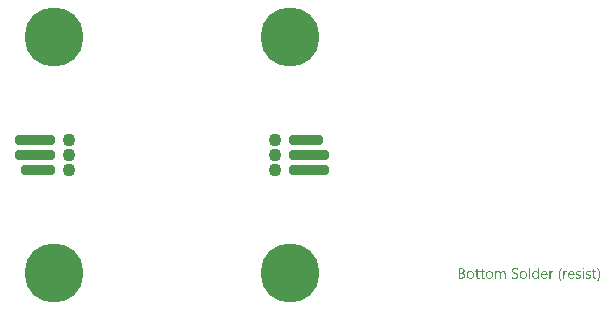
<source format=gbs>
G04*
G04 #@! TF.GenerationSoftware,Altium Limited,Altium Designer,22.4.2 (48)*
G04*
G04 Layer_Color=16711935*
%FSAX44Y44*%
%MOMM*%
G71*
G04*
G04 #@! TF.SameCoordinates,3CED078E-C40B-4900-A66E-FCBC5E85EC31*
G04*
G04*
G04 #@! TF.FilePolarity,Negative*
G04*
G01*
G75*
%ADD19C,1.1000*%
%ADD20C,0.1500*%
%ADD21C,5.0000*%
G04:AMPARAMS|DCode=26|XSize=0.9mm|YSize=3.4mm|CornerRadius=0.351mm|HoleSize=0mm|Usage=FLASHONLY|Rotation=90.000|XOffset=0mm|YOffset=0mm|HoleType=Round|Shape=RoundedRectangle|*
%AMROUNDEDRECTD26*
21,1,0.9000,2.6980,0,0,90.0*
21,1,0.1980,3.4000,0,0,90.0*
1,1,0.7020,1.3490,0.0990*
1,1,0.7020,1.3490,-0.0990*
1,1,0.7020,-1.3490,-0.0990*
1,1,0.7020,-1.3490,0.0990*
%
%ADD26ROUNDEDRECTD26*%
G04:AMPARAMS|DCode=27|XSize=0.9mm|YSize=2.9mm|CornerRadius=0.351mm|HoleSize=0mm|Usage=FLASHONLY|Rotation=90.000|XOffset=0mm|YOffset=0mm|HoleType=Round|Shape=RoundedRectangle|*
%AMROUNDEDRECTD27*
21,1,0.9000,2.1980,0,0,90.0*
21,1,0.1980,2.9000,0,0,90.0*
1,1,0.7020,1.0990,0.0990*
1,1,0.7020,1.0990,-0.0990*
1,1,0.7020,-1.0990,-0.0990*
1,1,0.7020,-1.0990,0.0990*
%
%ADD27ROUNDEDRECTD27*%
G36*
X00348611Y-00095417D02*
X00348681Y-00095433D01*
X00348752Y-00095456D01*
X00348830Y-00095495D01*
X00348909Y-00095542D01*
X00348988Y-00095605D01*
X00348995Y-00095613D01*
X00349019Y-00095637D01*
X00349050Y-00095676D01*
X00349090Y-00095731D01*
X00349121Y-00095801D01*
X00349152Y-00095880D01*
X00349176Y-00095974D01*
X00349184Y-00096076D01*
X00349184Y-00096092D01*
X00349184Y-00096123D01*
X00349176Y-00096170D01*
X00349160Y-00096241D01*
X00349137Y-00096312D01*
X00349097Y-00096390D01*
X00349050Y-00096469D01*
X00348988Y-00096547D01*
X00348980Y-00096555D01*
X00348956Y-00096579D01*
X00348909Y-00096610D01*
X00348854Y-00096641D01*
X00348783Y-00096673D01*
X00348705Y-00096704D01*
X00348619Y-00096728D01*
X00348517Y-00096735D01*
X00348470Y-00096735D01*
X00348422Y-00096728D01*
X00348352Y-00096712D01*
X00348281Y-00096688D01*
X00348203Y-00096657D01*
X00348124Y-00096618D01*
X00348046Y-00096555D01*
X00348038Y-00096547D01*
X00348014Y-00096524D01*
X00347983Y-00096476D01*
X00347952Y-00096421D01*
X00347920Y-00096359D01*
X00347889Y-00096272D01*
X00347865Y-00096178D01*
X00347857Y-00096076D01*
X00347857Y-00096060D01*
X00347857Y-00096029D01*
X00347865Y-00095974D01*
X00347881Y-00095911D01*
X00347904Y-00095833D01*
X00347936Y-00095754D01*
X00347983Y-00095676D01*
X00348046Y-00095605D01*
X00348054Y-00095597D01*
X00348077Y-00095574D01*
X00348124Y-00095542D01*
X00348179Y-00095503D01*
X00348250Y-00095472D01*
X00348328Y-00095440D01*
X00348414Y-00095417D01*
X00348517Y-00095409D01*
X00348564Y-00095409D01*
X00348611Y-00095417D01*
X00348611Y-00095417D02*
G37*
G36*
X00291261Y-00095660D02*
X00291371Y-00095660D01*
X00291497Y-00095668D01*
X00291638Y-00095676D01*
X00291787Y-00095692D01*
X00292101Y-00095731D01*
X00292415Y-00095786D01*
X00292572Y-00095825D01*
X00292713Y-00095864D01*
X00292854Y-00095919D01*
X00292972Y-00095974D01*
X00292972Y-00097151D01*
X00292964Y-00097144D01*
X00292933Y-00097128D01*
X00292894Y-00097104D01*
X00292831Y-00097065D01*
X00292752Y-00097026D01*
X00292658Y-00096979D01*
X00292548Y-00096924D01*
X00292423Y-00096877D01*
X00292281Y-00096822D01*
X00292124Y-00096775D01*
X00291959Y-00096728D01*
X00291779Y-00096688D01*
X00291591Y-00096649D01*
X00291387Y-00096626D01*
X00291167Y-00096610D01*
X00290939Y-00096602D01*
X00290814Y-00096602D01*
X00290727Y-00096610D01*
X00290625Y-00096618D01*
X00290508Y-00096633D01*
X00290382Y-00096649D01*
X00290256Y-00096673D01*
X00290241Y-00096673D01*
X00290201Y-00096688D01*
X00290139Y-00096704D01*
X00290052Y-00096728D01*
X00289958Y-00096759D01*
X00289856Y-00096798D01*
X00289746Y-00096853D01*
X00289644Y-00096908D01*
X00289636Y-00096916D01*
X00289597Y-00096939D01*
X00289550Y-00096971D01*
X00289487Y-00097018D01*
X00289424Y-00097081D01*
X00289346Y-00097151D01*
X00289275Y-00097230D01*
X00289212Y-00097324D01*
X00289205Y-00097332D01*
X00289189Y-00097371D01*
X00289158Y-00097426D01*
X00289134Y-00097497D01*
X00289103Y-00097583D01*
X00289071Y-00097693D01*
X00289056Y-00097811D01*
X00289048Y-00097944D01*
X00289048Y-00097960D01*
X00289048Y-00097999D01*
X00289056Y-00098070D01*
X00289063Y-00098148D01*
X00289079Y-00098242D01*
X00289103Y-00098344D01*
X00289134Y-00098446D01*
X00289173Y-00098541D01*
X00289181Y-00098548D01*
X00289197Y-00098580D01*
X00289228Y-00098627D01*
X00289268Y-00098690D01*
X00289322Y-00098760D01*
X00289385Y-00098839D01*
X00289464Y-00098917D01*
X00289550Y-00098996D01*
X00289558Y-00099004D01*
X00289597Y-00099027D01*
X00289652Y-00099074D01*
X00289723Y-00099121D01*
X00289809Y-00099184D01*
X00289911Y-00099247D01*
X00290029Y-00099326D01*
X00290154Y-00099396D01*
X00290162Y-00099396D01*
X00290170Y-00099404D01*
X00290217Y-00099427D01*
X00290296Y-00099467D01*
X00290390Y-00099522D01*
X00290515Y-00099577D01*
X00290657Y-00099647D01*
X00290814Y-00099726D01*
X00290979Y-00099812D01*
X00290986Y-00099812D01*
X00291002Y-00099820D01*
X00291026Y-00099836D01*
X00291057Y-00099851D01*
X00291104Y-00099875D01*
X00291151Y-00099898D01*
X00291269Y-00099961D01*
X00291410Y-00100040D01*
X00291567Y-00100126D01*
X00291724Y-00100212D01*
X00291889Y-00100314D01*
X00291897Y-00100314D01*
X00291905Y-00100322D01*
X00291928Y-00100338D01*
X00291959Y-00100361D01*
X00292046Y-00100416D01*
X00292148Y-00100487D01*
X00292266Y-00100573D01*
X00292391Y-00100668D01*
X00292517Y-00100778D01*
X00292642Y-00100895D01*
X00292658Y-00100911D01*
X00292697Y-00100950D01*
X00292752Y-00101013D01*
X00292831Y-00101099D01*
X00292909Y-00101201D01*
X00292996Y-00101319D01*
X00293074Y-00101453D01*
X00293153Y-00101594D01*
X00293153Y-00101602D01*
X00293160Y-00101609D01*
X00293168Y-00101633D01*
X00293184Y-00101664D01*
X00293215Y-00101743D01*
X00293255Y-00101845D01*
X00293286Y-00101978D01*
X00293317Y-00102127D01*
X00293341Y-00102292D01*
X00293349Y-00102473D01*
X00293349Y-00102481D01*
X00293349Y-00102504D01*
X00293349Y-00102536D01*
X00293349Y-00102583D01*
X00293341Y-00102638D01*
X00293333Y-00102708D01*
X00293325Y-00102779D01*
X00293317Y-00102857D01*
X00293286Y-00103038D01*
X00293239Y-00103226D01*
X00293176Y-00103415D01*
X00293090Y-00103595D01*
X00293090Y-00103603D01*
X00293082Y-00103619D01*
X00293066Y-00103642D01*
X00293043Y-00103674D01*
X00292988Y-00103752D01*
X00292909Y-00103862D01*
X00292807Y-00103980D01*
X00292689Y-00104105D01*
X00292548Y-00104223D01*
X00292391Y-00104341D01*
X00292383Y-00104341D01*
X00292368Y-00104356D01*
X00292344Y-00104364D01*
X00292313Y-00104388D01*
X00292274Y-00104411D01*
X00292218Y-00104435D01*
X00292101Y-00104498D01*
X00291952Y-00104560D01*
X00291779Y-00104631D01*
X00291591Y-00104694D01*
X00291379Y-00104749D01*
X00291371Y-00104749D01*
X00291355Y-00104757D01*
X00291324Y-00104757D01*
X00291277Y-00104765D01*
X00291230Y-00104780D01*
X00291167Y-00104788D01*
X00291096Y-00104796D01*
X00291010Y-00104812D01*
X00290829Y-00104835D01*
X00290625Y-00104851D01*
X00290406Y-00104867D01*
X00290170Y-00104874D01*
X00290084Y-00104874D01*
X00290029Y-00104867D01*
X00289950Y-00104867D01*
X00289856Y-00104859D01*
X00289754Y-00104851D01*
X00289644Y-00104835D01*
X00289629Y-00104835D01*
X00289589Y-00104827D01*
X00289527Y-00104819D01*
X00289448Y-00104812D01*
X00289354Y-00104796D01*
X00289244Y-00104780D01*
X00289134Y-00104765D01*
X00289009Y-00104741D01*
X00288993Y-00104741D01*
X00288953Y-00104733D01*
X00288891Y-00104718D01*
X00288812Y-00104694D01*
X00288718Y-00104678D01*
X00288616Y-00104647D01*
X00288396Y-00104584D01*
X00288381Y-00104576D01*
X00288349Y-00104568D01*
X00288294Y-00104545D01*
X00288232Y-00104521D01*
X00288161Y-00104490D01*
X00288082Y-00104451D01*
X00288004Y-00104411D01*
X00287933Y-00104364D01*
X00287933Y-00103132D01*
X00287941Y-00103140D01*
X00287972Y-00103163D01*
X00288020Y-00103203D01*
X00288074Y-00103242D01*
X00288153Y-00103297D01*
X00288239Y-00103352D01*
X00288333Y-00103415D01*
X00288443Y-00103469D01*
X00288459Y-00103477D01*
X00288498Y-00103493D01*
X00288553Y-00103525D01*
X00288632Y-00103556D01*
X00288726Y-00103595D01*
X00288828Y-00103642D01*
X00288946Y-00103689D01*
X00289063Y-00103729D01*
X00289079Y-00103736D01*
X00289118Y-00103744D01*
X00289189Y-00103760D01*
X00289268Y-00103784D01*
X00289370Y-00103815D01*
X00289479Y-00103838D01*
X00289723Y-00103885D01*
X00289738Y-00103885D01*
X00289778Y-00103893D01*
X00289840Y-00103901D01*
X00289927Y-00103909D01*
X00290021Y-00103925D01*
X00290123Y-00103933D01*
X00290335Y-00103940D01*
X00290429Y-00103940D01*
X00290492Y-00103933D01*
X00290570Y-00103933D01*
X00290665Y-00103925D01*
X00290767Y-00103909D01*
X00290876Y-00103893D01*
X00291112Y-00103854D01*
X00291347Y-00103791D01*
X00291575Y-00103705D01*
X00291677Y-00103650D01*
X00291771Y-00103587D01*
X00291779Y-00103579D01*
X00291795Y-00103572D01*
X00291818Y-00103548D01*
X00291850Y-00103517D01*
X00291881Y-00103485D01*
X00291920Y-00103438D01*
X00291967Y-00103383D01*
X00292015Y-00103320D01*
X00292054Y-00103250D01*
X00292101Y-00103179D01*
X00292179Y-00102999D01*
X00292203Y-00102897D01*
X00292226Y-00102787D01*
X00292242Y-00102677D01*
X00292250Y-00102551D01*
X00292250Y-00102543D01*
X00292250Y-00102536D01*
X00292250Y-00102488D01*
X00292242Y-00102426D01*
X00292234Y-00102339D01*
X00292211Y-00102237D01*
X00292187Y-00102135D01*
X00292148Y-00102025D01*
X00292093Y-00101923D01*
X00292085Y-00101908D01*
X00292062Y-00101876D01*
X00292030Y-00101829D01*
X00291983Y-00101758D01*
X00291920Y-00101688D01*
X00291842Y-00101602D01*
X00291756Y-00101523D01*
X00291653Y-00101437D01*
X00291638Y-00101429D01*
X00291606Y-00101397D01*
X00291544Y-00101350D01*
X00291465Y-00101295D01*
X00291363Y-00101233D01*
X00291253Y-00101162D01*
X00291128Y-00101084D01*
X00290986Y-00101013D01*
X00290979Y-00101013D01*
X00290971Y-00101005D01*
X00290947Y-00100989D01*
X00290924Y-00100974D01*
X00290845Y-00100934D01*
X00290743Y-00100879D01*
X00290617Y-00100817D01*
X00290476Y-00100746D01*
X00290327Y-00100668D01*
X00290162Y-00100581D01*
X00290154Y-00100581D01*
X00290139Y-00100573D01*
X00290115Y-00100558D01*
X00290084Y-00100542D01*
X00289997Y-00100495D01*
X00289880Y-00100432D01*
X00289746Y-00100361D01*
X00289597Y-00100283D01*
X00289291Y-00100103D01*
X00289283Y-00100103D01*
X00289275Y-00100095D01*
X00289252Y-00100079D01*
X00289220Y-00100063D01*
X00289150Y-00100008D01*
X00289056Y-00099945D01*
X00288946Y-00099867D01*
X00288828Y-00099773D01*
X00288710Y-00099679D01*
X00288592Y-00099569D01*
X00288577Y-00099553D01*
X00288545Y-00099514D01*
X00288491Y-00099459D01*
X00288420Y-00099380D01*
X00288349Y-00099278D01*
X00288271Y-00099169D01*
X00288192Y-00099043D01*
X00288122Y-00098910D01*
X00288122Y-00098902D01*
X00288114Y-00098894D01*
X00288106Y-00098870D01*
X00288098Y-00098839D01*
X00288067Y-00098760D01*
X00288035Y-00098658D01*
X00288004Y-00098533D01*
X00287972Y-00098384D01*
X00287957Y-00098219D01*
X00287949Y-00098038D01*
X00287949Y-00098031D01*
X00287949Y-00098015D01*
X00287949Y-00097976D01*
X00287957Y-00097936D01*
X00287957Y-00097881D01*
X00287965Y-00097818D01*
X00287980Y-00097677D01*
X00288012Y-00097513D01*
X00288059Y-00097332D01*
X00288129Y-00097151D01*
X00288216Y-00096979D01*
X00288216Y-00096971D01*
X00288232Y-00096955D01*
X00288247Y-00096932D01*
X00288263Y-00096900D01*
X00288326Y-00096822D01*
X00288404Y-00096712D01*
X00288506Y-00096594D01*
X00288624Y-00096469D01*
X00288757Y-00096351D01*
X00288914Y-00096233D01*
X00288922Y-00096233D01*
X00288938Y-00096217D01*
X00288961Y-00096202D01*
X00288993Y-00096186D01*
X00289032Y-00096163D01*
X00289079Y-00096131D01*
X00289205Y-00096068D01*
X00289354Y-00095998D01*
X00289519Y-00095927D01*
X00289707Y-00095856D01*
X00289911Y-00095801D01*
X00289919Y-00095801D01*
X00289935Y-00095794D01*
X00289966Y-00095786D01*
X00290005Y-00095778D01*
X00290060Y-00095770D01*
X00290115Y-00095754D01*
X00290186Y-00095739D01*
X00290264Y-00095723D01*
X00290437Y-00095699D01*
X00290625Y-00095676D01*
X00290837Y-00095660D01*
X00291049Y-00095652D01*
X00291175Y-00095652D01*
X00291261Y-00095660D01*
X00291261Y-00095660D02*
G37*
G36*
X00310984Y-00104725D02*
X00309964Y-00104725D01*
X00309964Y-00103650D01*
X00309941Y-00103650D01*
X00309933Y-00103666D01*
X00309909Y-00103705D01*
X00309862Y-00103760D01*
X00309807Y-00103838D01*
X00309729Y-00103933D01*
X00309642Y-00104035D01*
X00309533Y-00104144D01*
X00309399Y-00104262D01*
X00309258Y-00104380D01*
X00309093Y-00104490D01*
X00308913Y-00104592D01*
X00308716Y-00104686D01*
X00308504Y-00104765D01*
X00308269Y-00104819D01*
X00308018Y-00104859D01*
X00307751Y-00104874D01*
X00307696Y-00104874D01*
X00307633Y-00104867D01*
X00307555Y-00104859D01*
X00307453Y-00104851D01*
X00307335Y-00104827D01*
X00307201Y-00104804D01*
X00307060Y-00104765D01*
X00306911Y-00104725D01*
X00306754Y-00104663D01*
X00306597Y-00104600D01*
X00306432Y-00104513D01*
X00306275Y-00104419D01*
X00306118Y-00104302D01*
X00305969Y-00104168D01*
X00305828Y-00104019D01*
X00305820Y-00104011D01*
X00305797Y-00103980D01*
X00305765Y-00103933D01*
X00305718Y-00103862D01*
X00305663Y-00103776D01*
X00305600Y-00103674D01*
X00305538Y-00103548D01*
X00305475Y-00103407D01*
X00305404Y-00103250D01*
X00305341Y-00103077D01*
X00305279Y-00102881D01*
X00305224Y-00102677D01*
X00305177Y-00102457D01*
X00305145Y-00102214D01*
X00305122Y-00101963D01*
X00305114Y-00101696D01*
X00305114Y-00101688D01*
X00305114Y-00101680D01*
X00305114Y-00101657D01*
X00305114Y-00101625D01*
X00305122Y-00101547D01*
X00305130Y-00101437D01*
X00305137Y-00101295D01*
X00305153Y-00101146D01*
X00305177Y-00100974D01*
X00305216Y-00100785D01*
X00305255Y-00100589D01*
X00305310Y-00100377D01*
X00305373Y-00100173D01*
X00305451Y-00099953D01*
X00305538Y-00099749D01*
X00305648Y-00099545D01*
X00305765Y-00099349D01*
X00305907Y-00099161D01*
X00305914Y-00099153D01*
X00305946Y-00099121D01*
X00305993Y-00099074D01*
X00306056Y-00099011D01*
X00306134Y-00098941D01*
X00306228Y-00098855D01*
X00306346Y-00098768D01*
X00306472Y-00098682D01*
X00306621Y-00098596D01*
X00306778Y-00098509D01*
X00306950Y-00098423D01*
X00307139Y-00098352D01*
X00307343Y-00098289D01*
X00307563Y-00098242D01*
X00307790Y-00098211D01*
X00308034Y-00098203D01*
X00308088Y-00098203D01*
X00308159Y-00098211D01*
X00308245Y-00098219D01*
X00308355Y-00098235D01*
X00308481Y-00098258D01*
X00308614Y-00098289D01*
X00308763Y-00098329D01*
X00308920Y-00098384D01*
X00309077Y-00098454D01*
X00309234Y-00098541D01*
X00309391Y-00098643D01*
X00309540Y-00098760D01*
X00309690Y-00098894D01*
X00309823Y-00099059D01*
X00309941Y-00099239D01*
X00309964Y-00099239D01*
X00309964Y-00095291D01*
X00310984Y-00095291D01*
X00310984Y-00104725D01*
X00310984Y-00104725D02*
G37*
G36*
X00353281Y-00098211D02*
X00353351Y-00098211D01*
X00353438Y-00098219D01*
X00353532Y-00098227D01*
X00353634Y-00098242D01*
X00353869Y-00098274D01*
X00354113Y-00098329D01*
X00354372Y-00098399D01*
X00354623Y-00098493D01*
X00354623Y-00099529D01*
X00354615Y-00099522D01*
X00354591Y-00099506D01*
X00354552Y-00099490D01*
X00354497Y-00099459D01*
X00354434Y-00099420D01*
X00354356Y-00099380D01*
X00354262Y-00099341D01*
X00354160Y-00099294D01*
X00354042Y-00099255D01*
X00353924Y-00099216D01*
X00353791Y-00099176D01*
X00353649Y-00099137D01*
X00353493Y-00099106D01*
X00353336Y-00099090D01*
X00353179Y-00099074D01*
X00353006Y-00099066D01*
X00352904Y-00099066D01*
X00352833Y-00099074D01*
X00352755Y-00099082D01*
X00352668Y-00099098D01*
X00352488Y-00099137D01*
X00352480Y-00099137D01*
X00352449Y-00099145D01*
X00352410Y-00099161D01*
X00352355Y-00099184D01*
X00352229Y-00099239D01*
X00352095Y-00099318D01*
X00352088Y-00099326D01*
X00352072Y-00099341D01*
X00352041Y-00099365D01*
X00352001Y-00099396D01*
X00351915Y-00099482D01*
X00351837Y-00099600D01*
X00351837Y-00099608D01*
X00351821Y-00099632D01*
X00351813Y-00099663D01*
X00351797Y-00099710D01*
X00351782Y-00099757D01*
X00351766Y-00099820D01*
X00351758Y-00099891D01*
X00351750Y-00099961D01*
X00351750Y-00099969D01*
X00351750Y-00100000D01*
X00351758Y-00100048D01*
X00351758Y-00100110D01*
X00351774Y-00100173D01*
X00351789Y-00100244D01*
X00351805Y-00100314D01*
X00351837Y-00100385D01*
X00351844Y-00100393D01*
X00351852Y-00100416D01*
X00351876Y-00100448D01*
X00351907Y-00100487D01*
X00351946Y-00100526D01*
X00351986Y-00100581D01*
X00352103Y-00100683D01*
X00352111Y-00100691D01*
X00352135Y-00100707D01*
X00352174Y-00100730D01*
X00352221Y-00100762D01*
X00352284Y-00100793D01*
X00352355Y-00100832D01*
X00352441Y-00100879D01*
X00352527Y-00100919D01*
X00352535Y-00100927D01*
X00352574Y-00100934D01*
X00352621Y-00100958D01*
X00352692Y-00100982D01*
X00352778Y-00101021D01*
X00352873Y-00101060D01*
X00352975Y-00101099D01*
X00353092Y-00101146D01*
X00353100Y-00101146D01*
X00353108Y-00101154D01*
X00353131Y-00101162D01*
X00353163Y-00101170D01*
X00353241Y-00101201D01*
X00353343Y-00101248D01*
X00353461Y-00101295D01*
X00353595Y-00101350D01*
X00353728Y-00101413D01*
X00353854Y-00101476D01*
X00353861Y-00101476D01*
X00353869Y-00101484D01*
X00353909Y-00101507D01*
X00353971Y-00101539D01*
X00354050Y-00101586D01*
X00354144Y-00101649D01*
X00354238Y-00101712D01*
X00354332Y-00101790D01*
X00354426Y-00101868D01*
X00354434Y-00101876D01*
X00354466Y-00101908D01*
X00354505Y-00101947D01*
X00354560Y-00102010D01*
X00354615Y-00102080D01*
X00354678Y-00102167D01*
X00354733Y-00102261D01*
X00354788Y-00102363D01*
X00354795Y-00102379D01*
X00354811Y-00102410D01*
X00354827Y-00102473D01*
X00354850Y-00102551D01*
X00354874Y-00102645D01*
X00354897Y-00102755D01*
X00354905Y-00102881D01*
X00354913Y-00103022D01*
X00354913Y-00103030D01*
X00354913Y-00103046D01*
X00354913Y-00103069D01*
X00354913Y-00103101D01*
X00354905Y-00103187D01*
X00354890Y-00103305D01*
X00354858Y-00103430D01*
X00354827Y-00103572D01*
X00354772Y-00103713D01*
X00354701Y-00103846D01*
X00354693Y-00103862D01*
X00354662Y-00103901D01*
X00354615Y-00103964D01*
X00354552Y-00104050D01*
X00354474Y-00104137D01*
X00354380Y-00104239D01*
X00354270Y-00104333D01*
X00354144Y-00104427D01*
X00354128Y-00104435D01*
X00354081Y-00104466D01*
X00354011Y-00104506D01*
X00353916Y-00104553D01*
X00353799Y-00104608D01*
X00353657Y-00104663D01*
X00353508Y-00104718D01*
X00353343Y-00104765D01*
X00353336Y-00104765D01*
X00353320Y-00104772D01*
X00353296Y-00104772D01*
X00353265Y-00104780D01*
X00353226Y-00104788D01*
X00353179Y-00104796D01*
X00353061Y-00104819D01*
X00352912Y-00104843D01*
X00352755Y-00104859D01*
X00352582Y-00104867D01*
X00352394Y-00104874D01*
X00352300Y-00104874D01*
X00352229Y-00104867D01*
X00352143Y-00104867D01*
X00352048Y-00104851D01*
X00351931Y-00104843D01*
X00351813Y-00104827D01*
X00351679Y-00104804D01*
X00351546Y-00104780D01*
X00351264Y-00104718D01*
X00350973Y-00104623D01*
X00350832Y-00104560D01*
X00350691Y-00104498D01*
X00350691Y-00103407D01*
X00350699Y-00103415D01*
X00350730Y-00103430D01*
X00350777Y-00103462D01*
X00350840Y-00103501D01*
X00350918Y-00103548D01*
X00351005Y-00103603D01*
X00351114Y-00103658D01*
X00351232Y-00103713D01*
X00351366Y-00103768D01*
X00351507Y-00103823D01*
X00351656Y-00103878D01*
X00351813Y-00103925D01*
X00351986Y-00103964D01*
X00352158Y-00103995D01*
X00352339Y-00104011D01*
X00352527Y-00104019D01*
X00352582Y-00104019D01*
X00352653Y-00104011D01*
X00352739Y-00104003D01*
X00352841Y-00103988D01*
X00352951Y-00103972D01*
X00353077Y-00103940D01*
X00353202Y-00103909D01*
X00353320Y-00103862D01*
X00353446Y-00103799D01*
X00353555Y-00103729D01*
X00353657Y-00103642D01*
X00353744Y-00103540D01*
X00353814Y-00103422D01*
X00353854Y-00103281D01*
X00353869Y-00103203D01*
X00353869Y-00103124D01*
X00353869Y-00103116D01*
X00353869Y-00103077D01*
X00353861Y-00103030D01*
X00353854Y-00102975D01*
X00353838Y-00102904D01*
X00353822Y-00102834D01*
X00353791Y-00102763D01*
X00353752Y-00102692D01*
X00353744Y-00102685D01*
X00353728Y-00102661D01*
X00353704Y-00102630D01*
X00353673Y-00102583D01*
X00353626Y-00102536D01*
X00353579Y-00102481D01*
X00353516Y-00102434D01*
X00353446Y-00102379D01*
X00353438Y-00102371D01*
X00353414Y-00102355D01*
X00353367Y-00102331D01*
X00353312Y-00102292D01*
X00353249Y-00102253D01*
X00353171Y-00102214D01*
X00353077Y-00102175D01*
X00352982Y-00102135D01*
X00352967Y-00102127D01*
X00352935Y-00102120D01*
X00352880Y-00102096D01*
X00352810Y-00102065D01*
X00352731Y-00102025D01*
X00352629Y-00101986D01*
X00352527Y-00101947D01*
X00352417Y-00101900D01*
X00352410Y-00101900D01*
X00352402Y-00101892D01*
X00352378Y-00101884D01*
X00352347Y-00101868D01*
X00352268Y-00101837D01*
X00352166Y-00101798D01*
X00352048Y-00101743D01*
X00351923Y-00101688D01*
X00351797Y-00101625D01*
X00351672Y-00101562D01*
X00351656Y-00101554D01*
X00351617Y-00101531D01*
X00351562Y-00101500D01*
X00351483Y-00101453D01*
X00351397Y-00101390D01*
X00351311Y-00101327D01*
X00351217Y-00101256D01*
X00351130Y-00101178D01*
X00351122Y-00101170D01*
X00351099Y-00101138D01*
X00351059Y-00101099D01*
X00351012Y-00101037D01*
X00350957Y-00100966D01*
X00350902Y-00100879D01*
X00350855Y-00100793D01*
X00350808Y-00100691D01*
X00350801Y-00100675D01*
X00350793Y-00100644D01*
X00350777Y-00100581D01*
X00350761Y-00100511D01*
X00350738Y-00100416D01*
X00350722Y-00100307D01*
X00350714Y-00100181D01*
X00350706Y-00100048D01*
X00350706Y-00100040D01*
X00350706Y-00100024D01*
X00350706Y-00100000D01*
X00350706Y-00099969D01*
X00350714Y-00099891D01*
X00350730Y-00099781D01*
X00350753Y-00099655D01*
X00350793Y-00099522D01*
X00350840Y-00099388D01*
X00350910Y-00099255D01*
X00350910Y-00099247D01*
X00350918Y-00099239D01*
X00350950Y-00099200D01*
X00350997Y-00099137D01*
X00351052Y-00099051D01*
X00351130Y-00098964D01*
X00351224Y-00098870D01*
X00351334Y-00098768D01*
X00351452Y-00098682D01*
X00351460Y-00098682D01*
X00351468Y-00098674D01*
X00351515Y-00098643D01*
X00351585Y-00098603D01*
X00351679Y-00098548D01*
X00351797Y-00098493D01*
X00351931Y-00098431D01*
X00352080Y-00098376D01*
X00352237Y-00098329D01*
X00352245Y-00098329D01*
X00352260Y-00098321D01*
X00352284Y-00098313D01*
X00352315Y-00098305D01*
X00352355Y-00098297D01*
X00352402Y-00098289D01*
X00352511Y-00098266D01*
X00352653Y-00098242D01*
X00352802Y-00098219D01*
X00352967Y-00098211D01*
X00353139Y-00098203D01*
X00353218Y-00098203D01*
X00353281Y-00098211D01*
X00353281Y-00098211D02*
G37*
G36*
X00344789Y-00098211D02*
X00344859Y-00098211D01*
X00344945Y-00098219D01*
X00345040Y-00098227D01*
X00345142Y-00098242D01*
X00345377Y-00098274D01*
X00345620Y-00098329D01*
X00345879Y-00098399D01*
X00346131Y-00098493D01*
X00346131Y-00099529D01*
X00346123Y-00099522D01*
X00346099Y-00099506D01*
X00346060Y-00099490D01*
X00346005Y-00099459D01*
X00345942Y-00099420D01*
X00345864Y-00099380D01*
X00345770Y-00099341D01*
X00345667Y-00099294D01*
X00345550Y-00099255D01*
X00345432Y-00099216D01*
X00345299Y-00099176D01*
X00345157Y-00099137D01*
X00345000Y-00099106D01*
X00344843Y-00099090D01*
X00344686Y-00099074D01*
X00344514Y-00099066D01*
X00344412Y-00099066D01*
X00344341Y-00099074D01*
X00344263Y-00099082D01*
X00344176Y-00099098D01*
X00343996Y-00099137D01*
X00343988Y-00099137D01*
X00343956Y-00099145D01*
X00343917Y-00099161D01*
X00343862Y-00099184D01*
X00343737Y-00099239D01*
X00343603Y-00099318D01*
X00343596Y-00099326D01*
X00343580Y-00099341D01*
X00343548Y-00099365D01*
X00343509Y-00099396D01*
X00343423Y-00099482D01*
X00343344Y-00099600D01*
X00343344Y-00099608D01*
X00343329Y-00099632D01*
X00343321Y-00099663D01*
X00343305Y-00099710D01*
X00343289Y-00099757D01*
X00343274Y-00099820D01*
X00343266Y-00099891D01*
X00343258Y-00099961D01*
X00343258Y-00099969D01*
X00343258Y-00100000D01*
X00343266Y-00100048D01*
X00343266Y-00100110D01*
X00343282Y-00100173D01*
X00343297Y-00100244D01*
X00343313Y-00100314D01*
X00343344Y-00100385D01*
X00343352Y-00100393D01*
X00343360Y-00100416D01*
X00343384Y-00100448D01*
X00343415Y-00100487D01*
X00343454Y-00100526D01*
X00343493Y-00100581D01*
X00343611Y-00100683D01*
X00343619Y-00100691D01*
X00343643Y-00100707D01*
X00343682Y-00100730D01*
X00343729Y-00100762D01*
X00343792Y-00100793D01*
X00343862Y-00100832D01*
X00343949Y-00100879D01*
X00344035Y-00100919D01*
X00344043Y-00100927D01*
X00344082Y-00100934D01*
X00344129Y-00100958D01*
X00344200Y-00100982D01*
X00344286Y-00101021D01*
X00344380Y-00101060D01*
X00344482Y-00101099D01*
X00344600Y-00101146D01*
X00344608Y-00101146D01*
X00344616Y-00101154D01*
X00344639Y-00101162D01*
X00344671Y-00101170D01*
X00344749Y-00101201D01*
X00344851Y-00101248D01*
X00344969Y-00101295D01*
X00345102Y-00101350D01*
X00345236Y-00101413D01*
X00345361Y-00101476D01*
X00345369Y-00101476D01*
X00345377Y-00101484D01*
X00345416Y-00101507D01*
X00345479Y-00101539D01*
X00345558Y-00101586D01*
X00345652Y-00101649D01*
X00345746Y-00101712D01*
X00345840Y-00101790D01*
X00345934Y-00101868D01*
X00345942Y-00101876D01*
X00345974Y-00101908D01*
X00346013Y-00101947D01*
X00346068Y-00102010D01*
X00346123Y-00102080D01*
X00346185Y-00102167D01*
X00346241Y-00102261D01*
X00346295Y-00102363D01*
X00346303Y-00102379D01*
X00346319Y-00102410D01*
X00346335Y-00102473D01*
X00346358Y-00102551D01*
X00346382Y-00102645D01*
X00346405Y-00102755D01*
X00346413Y-00102881D01*
X00346421Y-00103022D01*
X00346421Y-00103030D01*
X00346421Y-00103046D01*
X00346421Y-00103069D01*
X00346421Y-00103101D01*
X00346413Y-00103187D01*
X00346397Y-00103305D01*
X00346366Y-00103430D01*
X00346335Y-00103572D01*
X00346280Y-00103713D01*
X00346209Y-00103846D01*
X00346201Y-00103862D01*
X00346170Y-00103901D01*
X00346123Y-00103964D01*
X00346060Y-00104050D01*
X00345981Y-00104137D01*
X00345887Y-00104239D01*
X00345777Y-00104333D01*
X00345652Y-00104427D01*
X00345636Y-00104435D01*
X00345589Y-00104466D01*
X00345518Y-00104506D01*
X00345424Y-00104553D01*
X00345307Y-00104608D01*
X00345165Y-00104663D01*
X00345016Y-00104718D01*
X00344851Y-00104765D01*
X00344843Y-00104765D01*
X00344828Y-00104772D01*
X00344804Y-00104772D01*
X00344773Y-00104780D01*
X00344734Y-00104788D01*
X00344686Y-00104796D01*
X00344569Y-00104819D01*
X00344420Y-00104843D01*
X00344263Y-00104859D01*
X00344090Y-00104867D01*
X00343902Y-00104874D01*
X00343807Y-00104874D01*
X00343737Y-00104867D01*
X00343650Y-00104867D01*
X00343556Y-00104851D01*
X00343438Y-00104843D01*
X00343321Y-00104827D01*
X00343187Y-00104804D01*
X00343054Y-00104780D01*
X00342771Y-00104718D01*
X00342481Y-00104623D01*
X00342340Y-00104560D01*
X00342198Y-00104498D01*
X00342198Y-00103407D01*
X00342206Y-00103415D01*
X00342238Y-00103430D01*
X00342285Y-00103462D01*
X00342347Y-00103501D01*
X00342426Y-00103548D01*
X00342512Y-00103603D01*
X00342622Y-00103658D01*
X00342740Y-00103713D01*
X00342873Y-00103768D01*
X00343015Y-00103823D01*
X00343164Y-00103878D01*
X00343321Y-00103925D01*
X00343493Y-00103964D01*
X00343666Y-00103995D01*
X00343847Y-00104011D01*
X00344035Y-00104019D01*
X00344090Y-00104019D01*
X00344161Y-00104011D01*
X00344247Y-00104003D01*
X00344349Y-00103988D01*
X00344459Y-00103972D01*
X00344584Y-00103940D01*
X00344710Y-00103909D01*
X00344828Y-00103862D01*
X00344953Y-00103799D01*
X00345063Y-00103729D01*
X00345165Y-00103642D01*
X00345252Y-00103540D01*
X00345322Y-00103422D01*
X00345361Y-00103281D01*
X00345377Y-00103203D01*
X00345377Y-00103124D01*
X00345377Y-00103116D01*
X00345377Y-00103077D01*
X00345369Y-00103030D01*
X00345361Y-00102975D01*
X00345346Y-00102904D01*
X00345330Y-00102834D01*
X00345299Y-00102763D01*
X00345259Y-00102692D01*
X00345252Y-00102685D01*
X00345236Y-00102661D01*
X00345212Y-00102630D01*
X00345181Y-00102583D01*
X00345134Y-00102536D01*
X00345087Y-00102481D01*
X00345024Y-00102434D01*
X00344953Y-00102379D01*
X00344945Y-00102371D01*
X00344922Y-00102355D01*
X00344875Y-00102331D01*
X00344820Y-00102292D01*
X00344757Y-00102253D01*
X00344679Y-00102214D01*
X00344584Y-00102175D01*
X00344490Y-00102135D01*
X00344474Y-00102127D01*
X00344443Y-00102120D01*
X00344388Y-00102096D01*
X00344318Y-00102065D01*
X00344239Y-00102025D01*
X00344137Y-00101986D01*
X00344035Y-00101947D01*
X00343925Y-00101900D01*
X00343917Y-00101900D01*
X00343909Y-00101892D01*
X00343886Y-00101884D01*
X00343854Y-00101868D01*
X00343776Y-00101837D01*
X00343674Y-00101798D01*
X00343556Y-00101743D01*
X00343431Y-00101688D01*
X00343305Y-00101625D01*
X00343180Y-00101562D01*
X00343164Y-00101554D01*
X00343125Y-00101531D01*
X00343070Y-00101500D01*
X00342991Y-00101453D01*
X00342905Y-00101390D01*
X00342818Y-00101327D01*
X00342724Y-00101256D01*
X00342638Y-00101178D01*
X00342630Y-00101170D01*
X00342607Y-00101138D01*
X00342567Y-00101099D01*
X00342520Y-00101037D01*
X00342465Y-00100966D01*
X00342410Y-00100879D01*
X00342363Y-00100793D01*
X00342316Y-00100691D01*
X00342308Y-00100675D01*
X00342300Y-00100644D01*
X00342285Y-00100581D01*
X00342269Y-00100511D01*
X00342245Y-00100416D01*
X00342230Y-00100307D01*
X00342222Y-00100181D01*
X00342214Y-00100048D01*
X00342214Y-00100040D01*
X00342214Y-00100024D01*
X00342214Y-00100000D01*
X00342214Y-00099969D01*
X00342222Y-00099891D01*
X00342238Y-00099781D01*
X00342261Y-00099655D01*
X00342300Y-00099522D01*
X00342347Y-00099388D01*
X00342418Y-00099255D01*
X00342418Y-00099247D01*
X00342426Y-00099239D01*
X00342457Y-00099200D01*
X00342505Y-00099137D01*
X00342560Y-00099051D01*
X00342638Y-00098964D01*
X00342732Y-00098870D01*
X00342842Y-00098768D01*
X00342960Y-00098682D01*
X00342968Y-00098682D01*
X00342975Y-00098674D01*
X00343022Y-00098643D01*
X00343093Y-00098603D01*
X00343187Y-00098548D01*
X00343305Y-00098493D01*
X00343438Y-00098431D01*
X00343588Y-00098376D01*
X00343745Y-00098329D01*
X00343752Y-00098329D01*
X00343768Y-00098321D01*
X00343792Y-00098313D01*
X00343823Y-00098305D01*
X00343862Y-00098297D01*
X00343909Y-00098289D01*
X00344019Y-00098266D01*
X00344161Y-00098242D01*
X00344310Y-00098219D01*
X00344474Y-00098211D01*
X00344647Y-00098203D01*
X00344726Y-00098203D01*
X00344789Y-00098211D01*
X00344789Y-00098211D02*
G37*
G36*
X00280783Y-00098211D02*
X00280830Y-00098211D01*
X00280885Y-00098219D01*
X00281019Y-00098242D01*
X00281176Y-00098282D01*
X00281356Y-00098337D01*
X00281544Y-00098423D01*
X00281741Y-00098525D01*
X00281843Y-00098596D01*
X00281937Y-00098666D01*
X00282031Y-00098745D01*
X00282125Y-00098839D01*
X00282219Y-00098941D01*
X00282306Y-00099051D01*
X00282384Y-00099169D01*
X00282463Y-00099302D01*
X00282533Y-00099443D01*
X00282596Y-00099600D01*
X00282651Y-00099765D01*
X00282706Y-00099945D01*
X00282737Y-00100134D01*
X00282769Y-00100346D01*
X00282785Y-00100566D01*
X00282792Y-00100801D01*
X00282792Y-00104725D01*
X00281772Y-00104725D01*
X00281772Y-00101068D01*
X00281772Y-00101052D01*
X00281772Y-00101021D01*
X00281772Y-00100966D01*
X00281764Y-00100895D01*
X00281764Y-00100809D01*
X00281756Y-00100707D01*
X00281749Y-00100597D01*
X00281733Y-00100479D01*
X00281694Y-00100228D01*
X00281631Y-00099977D01*
X00281599Y-00099851D01*
X00281552Y-00099741D01*
X00281497Y-00099632D01*
X00281442Y-00099537D01*
X00281442Y-00099529D01*
X00281427Y-00099514D01*
X00281411Y-00099490D01*
X00281380Y-00099467D01*
X00281348Y-00099427D01*
X00281301Y-00099388D01*
X00281246Y-00099349D01*
X00281183Y-00099302D01*
X00281113Y-00099255D01*
X00281034Y-00099216D01*
X00280940Y-00099176D01*
X00280846Y-00099137D01*
X00280736Y-00099114D01*
X00280611Y-00099090D01*
X00280485Y-00099074D01*
X00280344Y-00099066D01*
X00280281Y-00099066D01*
X00280234Y-00099074D01*
X00280179Y-00099082D01*
X00280116Y-00099098D01*
X00279959Y-00099137D01*
X00279873Y-00099169D01*
X00279786Y-00099216D01*
X00279692Y-00099263D01*
X00279606Y-00099318D01*
X00279512Y-00099388D01*
X00279417Y-00099467D01*
X00279323Y-00099561D01*
X00279237Y-00099663D01*
X00279229Y-00099671D01*
X00279221Y-00099686D01*
X00279198Y-00099726D01*
X00279166Y-00099765D01*
X00279135Y-00099828D01*
X00279096Y-00099898D01*
X00279049Y-00099977D01*
X00279009Y-00100063D01*
X00278970Y-00100165D01*
X00278923Y-00100275D01*
X00278884Y-00100393D01*
X00278852Y-00100519D01*
X00278821Y-00100652D01*
X00278805Y-00100793D01*
X00278790Y-00100934D01*
X00278782Y-00101091D01*
X00278782Y-00104725D01*
X00277761Y-00104725D01*
X00277761Y-00100942D01*
X00277761Y-00100934D01*
X00277761Y-00100919D01*
X00277761Y-00100895D01*
X00277761Y-00100864D01*
X00277754Y-00100817D01*
X00277754Y-00100770D01*
X00277738Y-00100652D01*
X00277714Y-00100511D01*
X00277683Y-00100346D01*
X00277644Y-00100181D01*
X00277581Y-00100000D01*
X00277502Y-00099828D01*
X00277408Y-00099663D01*
X00277290Y-00099498D01*
X00277149Y-00099357D01*
X00276984Y-00099239D01*
X00276890Y-00099192D01*
X00276788Y-00099145D01*
X00276678Y-00099114D01*
X00276568Y-00099090D01*
X00276443Y-00099074D01*
X00276309Y-00099066D01*
X00276247Y-00099066D01*
X00276199Y-00099074D01*
X00276137Y-00099082D01*
X00276074Y-00099098D01*
X00275917Y-00099137D01*
X00275831Y-00099169D01*
X00275744Y-00099208D01*
X00275650Y-00099247D01*
X00275556Y-00099302D01*
X00275462Y-00099373D01*
X00275368Y-00099443D01*
X00275281Y-00099529D01*
X00275195Y-00099632D01*
X00275187Y-00099639D01*
X00275179Y-00099655D01*
X00275156Y-00099686D01*
X00275124Y-00099734D01*
X00275093Y-00099789D01*
X00275061Y-00099851D01*
X00275022Y-00099930D01*
X00274983Y-00100024D01*
X00274936Y-00100126D01*
X00274897Y-00100236D01*
X00274865Y-00100354D01*
X00274834Y-00100479D01*
X00274802Y-00100620D01*
X00274779Y-00100770D01*
X00274771Y-00100927D01*
X00274763Y-00101091D01*
X00274763Y-00104725D01*
X00273743Y-00104725D01*
X00273743Y-00098352D01*
X00274763Y-00098352D01*
X00274763Y-00099365D01*
X00274787Y-00099365D01*
X00274795Y-00099349D01*
X00274818Y-00099318D01*
X00274857Y-00099255D01*
X00274912Y-00099184D01*
X00274983Y-00099098D01*
X00275069Y-00098996D01*
X00275171Y-00098894D01*
X00275289Y-00098784D01*
X00275422Y-00098674D01*
X00275572Y-00098572D01*
X00275737Y-00098470D01*
X00275909Y-00098384D01*
X00276105Y-00098313D01*
X00276317Y-00098250D01*
X00276537Y-00098219D01*
X00276772Y-00098203D01*
X00276835Y-00098203D01*
X00276882Y-00098211D01*
X00276937Y-00098211D01*
X00277008Y-00098219D01*
X00277079Y-00098235D01*
X00277157Y-00098250D01*
X00277338Y-00098289D01*
X00277526Y-00098360D01*
X00277714Y-00098446D01*
X00277808Y-00098509D01*
X00277903Y-00098572D01*
X00277910Y-00098580D01*
X00277926Y-00098588D01*
X00277950Y-00098611D01*
X00277981Y-00098635D01*
X00278067Y-00098721D01*
X00278169Y-00098823D01*
X00278279Y-00098964D01*
X00278389Y-00099129D01*
X00278491Y-00099318D01*
X00278570Y-00099529D01*
X00278578Y-00099514D01*
X00278601Y-00099475D01*
X00278648Y-00099404D01*
X00278703Y-00099326D01*
X00278782Y-00099223D01*
X00278868Y-00099106D01*
X00278978Y-00098988D01*
X00279104Y-00098862D01*
X00279245Y-00098745D01*
X00279402Y-00098619D01*
X00279574Y-00098509D01*
X00279763Y-00098407D01*
X00279975Y-00098329D01*
X00280194Y-00098258D01*
X00280438Y-00098219D01*
X00280689Y-00098203D01*
X00280744Y-00098203D01*
X00280783Y-00098211D01*
X00280783Y-00098211D02*
G37*
G36*
X00334342Y-00098250D02*
X00334428Y-00098250D01*
X00334523Y-00098266D01*
X00334624Y-00098282D01*
X00334727Y-00098297D01*
X00334813Y-00098329D01*
X00334813Y-00099388D01*
X00334797Y-00099380D01*
X00334766Y-00099357D01*
X00334703Y-00099326D01*
X00334617Y-00099286D01*
X00334499Y-00099247D01*
X00334373Y-00099216D01*
X00334216Y-00099192D01*
X00334036Y-00099184D01*
X00333973Y-00099184D01*
X00333926Y-00099192D01*
X00333871Y-00099200D01*
X00333808Y-00099216D01*
X00333659Y-00099263D01*
X00333573Y-00099294D01*
X00333487Y-00099333D01*
X00333392Y-00099388D01*
X00333298Y-00099443D01*
X00333212Y-00099514D01*
X00333118Y-00099600D01*
X00333031Y-00099694D01*
X00332945Y-00099804D01*
X00332937Y-00099812D01*
X00332929Y-00099836D01*
X00332906Y-00099867D01*
X00332874Y-00099914D01*
X00332843Y-00099977D01*
X00332804Y-00100055D01*
X00332764Y-00100142D01*
X00332725Y-00100244D01*
X00332686Y-00100354D01*
X00332647Y-00100479D01*
X00332607Y-00100620D01*
X00332576Y-00100770D01*
X00332545Y-00100934D01*
X00332521Y-00101107D01*
X00332513Y-00101288D01*
X00332505Y-00101484D01*
X00332505Y-00104725D01*
X00331485Y-00104725D01*
X00331485Y-00098352D01*
X00332505Y-00098352D01*
X00332505Y-00099671D01*
X00332529Y-00099671D01*
X00332529Y-00099663D01*
X00332537Y-00099639D01*
X00332552Y-00099608D01*
X00332568Y-00099561D01*
X00332592Y-00099506D01*
X00332623Y-00099435D01*
X00332694Y-00099286D01*
X00332788Y-00099114D01*
X00332906Y-00098941D01*
X00333039Y-00098776D01*
X00333196Y-00098619D01*
X00333204Y-00098611D01*
X00333220Y-00098603D01*
X00333243Y-00098588D01*
X00333275Y-00098556D01*
X00333314Y-00098533D01*
X00333369Y-00098501D01*
X00333487Y-00098431D01*
X00333636Y-00098360D01*
X00333808Y-00098297D01*
X00333997Y-00098258D01*
X00334099Y-00098250D01*
X00334201Y-00098242D01*
X00334263Y-00098242D01*
X00334342Y-00098250D01*
X00334342Y-00098250D02*
G37*
G36*
X00322569Y-00098250D02*
X00322655Y-00098250D01*
X00322750Y-00098266D01*
X00322852Y-00098282D01*
X00322954Y-00098297D01*
X00323040Y-00098329D01*
X00323040Y-00099388D01*
X00323024Y-00099380D01*
X00322993Y-00099357D01*
X00322930Y-00099326D01*
X00322844Y-00099286D01*
X00322726Y-00099247D01*
X00322601Y-00099216D01*
X00322444Y-00099192D01*
X00322263Y-00099184D01*
X00322200Y-00099184D01*
X00322153Y-00099192D01*
X00322098Y-00099200D01*
X00322035Y-00099216D01*
X00321886Y-00099263D01*
X00321800Y-00099294D01*
X00321714Y-00099333D01*
X00321619Y-00099388D01*
X00321525Y-00099443D01*
X00321439Y-00099514D01*
X00321345Y-00099600D01*
X00321258Y-00099694D01*
X00321172Y-00099804D01*
X00321164Y-00099812D01*
X00321156Y-00099836D01*
X00321133Y-00099867D01*
X00321101Y-00099914D01*
X00321070Y-00099977D01*
X00321031Y-00100055D01*
X00320992Y-00100142D01*
X00320952Y-00100244D01*
X00320913Y-00100354D01*
X00320874Y-00100479D01*
X00320835Y-00100620D01*
X00320803Y-00100770D01*
X00320772Y-00100934D01*
X00320748Y-00101107D01*
X00320740Y-00101288D01*
X00320732Y-00101484D01*
X00320732Y-00104725D01*
X00319712Y-00104725D01*
X00319712Y-00098352D01*
X00320732Y-00098352D01*
X00320732Y-00099671D01*
X00320756Y-00099671D01*
X00320756Y-00099663D01*
X00320764Y-00099639D01*
X00320780Y-00099608D01*
X00320795Y-00099561D01*
X00320819Y-00099506D01*
X00320850Y-00099435D01*
X00320921Y-00099286D01*
X00321015Y-00099114D01*
X00321133Y-00098941D01*
X00321266Y-00098776D01*
X00321423Y-00098619D01*
X00321431Y-00098611D01*
X00321447Y-00098603D01*
X00321470Y-00098588D01*
X00321502Y-00098556D01*
X00321541Y-00098533D01*
X00321596Y-00098501D01*
X00321714Y-00098431D01*
X00321863Y-00098360D01*
X00322035Y-00098297D01*
X00322224Y-00098258D01*
X00322326Y-00098250D01*
X00322428Y-00098242D01*
X00322491Y-00098242D01*
X00322569Y-00098250D01*
X00322569Y-00098250D02*
G37*
G36*
X00349011Y-00104725D02*
X00347991Y-00104725D01*
X00347991Y-00098352D01*
X00349011Y-00098352D01*
X00349011Y-00104725D01*
X00349011Y-00104725D02*
G37*
G36*
X00303481Y-00104725D02*
X00302461Y-00104725D01*
X00302461Y-00095291D01*
X00303481Y-00095291D01*
X00303481Y-00104725D01*
X00303481Y-00104725D02*
G37*
G36*
X00245731Y-00095809D02*
X00245826Y-00095817D01*
X00245935Y-00095833D01*
X00246061Y-00095849D01*
X00246202Y-00095872D01*
X00246343Y-00095904D01*
X00246493Y-00095943D01*
X00246650Y-00095990D01*
X00246799Y-00096045D01*
X00246956Y-00096108D01*
X00247097Y-00096186D01*
X00247238Y-00096272D01*
X00247372Y-00096374D01*
X00247379Y-00096382D01*
X00247403Y-00096398D01*
X00247434Y-00096429D01*
X00247474Y-00096476D01*
X00247529Y-00096531D01*
X00247584Y-00096602D01*
X00247646Y-00096680D01*
X00247709Y-00096767D01*
X00247772Y-00096869D01*
X00247835Y-00096979D01*
X00247890Y-00097104D01*
X00247945Y-00097230D01*
X00247984Y-00097371D01*
X00248015Y-00097520D01*
X00248039Y-00097677D01*
X00248047Y-00097842D01*
X00248047Y-00097850D01*
X00248047Y-00097873D01*
X00248047Y-00097913D01*
X00248039Y-00097968D01*
X00248031Y-00098038D01*
X00248023Y-00098109D01*
X00248015Y-00098195D01*
X00247999Y-00098289D01*
X00247945Y-00098501D01*
X00247874Y-00098721D01*
X00247827Y-00098839D01*
X00247772Y-00098949D01*
X00247709Y-00099059D01*
X00247638Y-00099169D01*
X00247631Y-00099176D01*
X00247623Y-00099192D01*
X00247599Y-00099223D01*
X00247560Y-00099263D01*
X00247521Y-00099302D01*
X00247474Y-00099357D01*
X00247411Y-00099412D01*
X00247348Y-00099475D01*
X00247270Y-00099537D01*
X00247183Y-00099608D01*
X00247089Y-00099671D01*
X00246987Y-00099741D01*
X00246877Y-00099804D01*
X00246767Y-00099859D01*
X00246508Y-00099961D01*
X00246508Y-00099985D01*
X00246516Y-00099985D01*
X00246548Y-00099993D01*
X00246595Y-00100000D01*
X00246657Y-00100008D01*
X00246736Y-00100024D01*
X00246822Y-00100048D01*
X00246924Y-00100079D01*
X00247026Y-00100110D01*
X00247254Y-00100197D01*
X00247379Y-00100252D01*
X00247497Y-00100322D01*
X00247615Y-00100393D01*
X00247733Y-00100471D01*
X00247850Y-00100566D01*
X00247952Y-00100668D01*
X00247960Y-00100675D01*
X00247976Y-00100691D01*
X00247999Y-00100723D01*
X00248039Y-00100770D01*
X00248078Y-00100832D01*
X00248125Y-00100895D01*
X00248172Y-00100982D01*
X00248227Y-00101068D01*
X00248274Y-00101170D01*
X00248321Y-00101288D01*
X00248368Y-00101405D01*
X00248408Y-00101539D01*
X00248447Y-00101688D01*
X00248470Y-00101837D01*
X00248486Y-00101994D01*
X00248494Y-00102167D01*
X00248494Y-00102182D01*
X00248494Y-00102214D01*
X00248486Y-00102277D01*
X00248478Y-00102355D01*
X00248470Y-00102457D01*
X00248447Y-00102567D01*
X00248423Y-00102692D01*
X00248392Y-00102826D01*
X00248345Y-00102975D01*
X00248290Y-00103124D01*
X00248227Y-00103273D01*
X00248149Y-00103430D01*
X00248055Y-00103587D01*
X00247945Y-00103736D01*
X00247819Y-00103878D01*
X00247670Y-00104019D01*
X00247662Y-00104027D01*
X00247631Y-00104050D01*
X00247584Y-00104082D01*
X00247521Y-00104129D01*
X00247442Y-00104184D01*
X00247340Y-00104239D01*
X00247230Y-00104309D01*
X00247105Y-00104372D01*
X00246956Y-00104435D01*
X00246799Y-00104498D01*
X00246634Y-00104560D01*
X00246446Y-00104615D01*
X00246249Y-00104663D01*
X00246045Y-00104694D01*
X00245826Y-00104718D01*
X00245598Y-00104725D01*
X00243000Y-00104725D01*
X00243000Y-00095801D01*
X00245645Y-00095801D01*
X00245731Y-00095809D01*
X00245731Y-00095809D02*
G37*
G36*
X00357833Y-00098352D02*
X00359442Y-00098352D01*
X00359442Y-00099231D01*
X00357833Y-00099231D01*
X00357833Y-00102818D01*
X00357833Y-00102826D01*
X00357833Y-00102850D01*
X00357833Y-00102881D01*
X00357833Y-00102920D01*
X00357841Y-00102975D01*
X00357849Y-00103038D01*
X00357864Y-00103171D01*
X00357888Y-00103328D01*
X00357927Y-00103477D01*
X00357982Y-00103619D01*
X00358013Y-00103681D01*
X00358053Y-00103736D01*
X00358060Y-00103744D01*
X00358092Y-00103776D01*
X00358147Y-00103823D01*
X00358225Y-00103870D01*
X00358327Y-00103925D01*
X00358453Y-00103964D01*
X00358602Y-00103995D01*
X00358775Y-00104011D01*
X00358838Y-00104011D01*
X00358908Y-00104003D01*
X00359002Y-00103988D01*
X00359104Y-00103956D01*
X00359222Y-00103925D01*
X00359332Y-00103870D01*
X00359442Y-00103799D01*
X00359442Y-00104670D01*
X00359434Y-00104670D01*
X00359426Y-00104678D01*
X00359403Y-00104686D01*
X00359379Y-00104702D01*
X00359293Y-00104733D01*
X00359191Y-00104765D01*
X00359049Y-00104796D01*
X00358885Y-00104827D01*
X00358696Y-00104851D01*
X00358484Y-00104859D01*
X00358414Y-00104859D01*
X00358327Y-00104843D01*
X00358225Y-00104827D01*
X00358100Y-00104804D01*
X00357958Y-00104757D01*
X00357801Y-00104702D01*
X00357652Y-00104623D01*
X00357495Y-00104529D01*
X00357338Y-00104403D01*
X00357197Y-00104254D01*
X00357134Y-00104168D01*
X00357071Y-00104074D01*
X00357017Y-00103972D01*
X00356969Y-00103862D01*
X00356922Y-00103744D01*
X00356883Y-00103611D01*
X00356852Y-00103477D01*
X00356828Y-00103328D01*
X00356820Y-00103171D01*
X00356813Y-00102999D01*
X00356813Y-00099231D01*
X00355722Y-00099231D01*
X00355722Y-00098352D01*
X00356813Y-00098352D01*
X00356813Y-00096798D01*
X00357833Y-00096469D01*
X00357833Y-00098352D01*
X00357833Y-00098352D02*
G37*
G36*
X00263304Y-00098352D02*
X00264913Y-00098352D01*
X00264913Y-00099231D01*
X00263304Y-00099231D01*
X00263304Y-00102818D01*
X00263304Y-00102826D01*
X00263304Y-00102850D01*
X00263304Y-00102881D01*
X00263304Y-00102920D01*
X00263312Y-00102975D01*
X00263320Y-00103038D01*
X00263336Y-00103171D01*
X00263359Y-00103328D01*
X00263398Y-00103477D01*
X00263453Y-00103619D01*
X00263485Y-00103681D01*
X00263524Y-00103736D01*
X00263532Y-00103744D01*
X00263563Y-00103776D01*
X00263618Y-00103823D01*
X00263697Y-00103870D01*
X00263799Y-00103925D01*
X00263924Y-00103964D01*
X00264074Y-00103995D01*
X00264246Y-00104011D01*
X00264309Y-00104011D01*
X00264380Y-00104003D01*
X00264474Y-00103988D01*
X00264576Y-00103956D01*
X00264694Y-00103925D01*
X00264803Y-00103870D01*
X00264913Y-00103799D01*
X00264913Y-00104670D01*
X00264905Y-00104670D01*
X00264898Y-00104678D01*
X00264874Y-00104686D01*
X00264851Y-00104702D01*
X00264764Y-00104733D01*
X00264662Y-00104765D01*
X00264521Y-00104796D01*
X00264356Y-00104827D01*
X00264168Y-00104851D01*
X00263956Y-00104859D01*
X00263885Y-00104859D01*
X00263799Y-00104843D01*
X00263697Y-00104827D01*
X00263571Y-00104804D01*
X00263430Y-00104757D01*
X00263273Y-00104702D01*
X00263124Y-00104623D01*
X00262967Y-00104529D01*
X00262810Y-00104403D01*
X00262669Y-00104254D01*
X00262606Y-00104168D01*
X00262543Y-00104074D01*
X00262488Y-00103972D01*
X00262441Y-00103862D01*
X00262394Y-00103744D01*
X00262355Y-00103611D01*
X00262323Y-00103477D01*
X00262300Y-00103328D01*
X00262292Y-00103171D01*
X00262284Y-00102999D01*
X00262284Y-00099231D01*
X00261193Y-00099231D01*
X00261193Y-00098352D01*
X00262284Y-00098352D01*
X00262284Y-00096798D01*
X00263304Y-00096469D01*
X00263304Y-00098352D01*
X00263304Y-00098352D02*
G37*
G36*
X00258988Y-00098352D02*
X00260597Y-00098352D01*
X00260597Y-00099231D01*
X00258988Y-00099231D01*
X00258988Y-00102818D01*
X00258988Y-00102826D01*
X00258988Y-00102850D01*
X00258988Y-00102881D01*
X00258988Y-00102920D01*
X00258995Y-00102975D01*
X00259003Y-00103038D01*
X00259019Y-00103171D01*
X00259042Y-00103328D01*
X00259082Y-00103477D01*
X00259137Y-00103619D01*
X00259168Y-00103681D01*
X00259207Y-00103736D01*
X00259215Y-00103744D01*
X00259247Y-00103776D01*
X00259301Y-00103823D01*
X00259380Y-00103870D01*
X00259482Y-00103925D01*
X00259608Y-00103964D01*
X00259757Y-00103995D01*
X00259929Y-00104011D01*
X00259992Y-00104011D01*
X00260063Y-00104003D01*
X00260157Y-00103988D01*
X00260259Y-00103956D01*
X00260377Y-00103925D01*
X00260487Y-00103870D01*
X00260597Y-00103799D01*
X00260597Y-00104670D01*
X00260589Y-00104670D01*
X00260581Y-00104678D01*
X00260557Y-00104686D01*
X00260534Y-00104702D01*
X00260447Y-00104733D01*
X00260345Y-00104765D01*
X00260204Y-00104796D01*
X00260039Y-00104827D01*
X00259851Y-00104851D01*
X00259639Y-00104859D01*
X00259568Y-00104859D01*
X00259482Y-00104843D01*
X00259380Y-00104827D01*
X00259254Y-00104804D01*
X00259113Y-00104757D01*
X00258956Y-00104702D01*
X00258807Y-00104623D01*
X00258650Y-00104529D01*
X00258493Y-00104403D01*
X00258352Y-00104254D01*
X00258289Y-00104168D01*
X00258226Y-00104074D01*
X00258171Y-00103972D01*
X00258124Y-00103862D01*
X00258077Y-00103744D01*
X00258038Y-00103611D01*
X00258006Y-00103477D01*
X00257983Y-00103328D01*
X00257975Y-00103171D01*
X00257967Y-00102999D01*
X00257967Y-00099231D01*
X00256876Y-00099231D01*
X00256876Y-00098352D01*
X00257967Y-00098352D01*
X00257967Y-00096798D01*
X00258988Y-00096469D01*
X00258988Y-00098352D01*
X00258988Y-00098352D02*
G37*
G36*
X00338541Y-00098211D02*
X00338627Y-00098219D01*
X00338737Y-00098227D01*
X00338855Y-00098242D01*
X00338988Y-00098274D01*
X00339130Y-00098305D01*
X00339287Y-00098344D01*
X00339444Y-00098399D01*
X00339600Y-00098470D01*
X00339765Y-00098548D01*
X00339922Y-00098643D01*
X00340071Y-00098752D01*
X00340221Y-00098878D01*
X00340354Y-00099019D01*
X00340362Y-00099027D01*
X00340385Y-00099059D01*
X00340417Y-00099106D01*
X00340464Y-00099169D01*
X00340511Y-00099247D01*
X00340574Y-00099349D01*
X00340637Y-00099467D01*
X00340699Y-00099600D01*
X00340762Y-00099757D01*
X00340825Y-00099922D01*
X00340888Y-00100110D01*
X00340935Y-00100307D01*
X00340982Y-00100526D01*
X00341013Y-00100754D01*
X00341037Y-00101005D01*
X00341045Y-00101264D01*
X00341045Y-00101798D01*
X00336540Y-00101798D01*
X00336540Y-00101813D01*
X00336540Y-00101845D01*
X00336547Y-00101900D01*
X00336555Y-00101971D01*
X00336563Y-00102065D01*
X00336579Y-00102167D01*
X00336595Y-00102277D01*
X00336626Y-00102402D01*
X00336697Y-00102669D01*
X00336744Y-00102802D01*
X00336799Y-00102944D01*
X00336861Y-00103077D01*
X00336932Y-00103210D01*
X00337018Y-00103328D01*
X00337113Y-00103446D01*
X00337120Y-00103454D01*
X00337136Y-00103469D01*
X00337168Y-00103501D01*
X00337215Y-00103532D01*
X00337270Y-00103579D01*
X00337340Y-00103626D01*
X00337419Y-00103681D01*
X00337505Y-00103729D01*
X00337607Y-00103784D01*
X00337725Y-00103838D01*
X00337842Y-00103885D01*
X00337984Y-00103933D01*
X00338125Y-00103964D01*
X00338282Y-00103995D01*
X00338447Y-00104011D01*
X00338619Y-00104019D01*
X00338667Y-00104019D01*
X00338722Y-00104011D01*
X00338800Y-00104011D01*
X00338894Y-00103995D01*
X00339004Y-00103980D01*
X00339130Y-00103956D01*
X00339271Y-00103933D01*
X00339420Y-00103893D01*
X00339577Y-00103846D01*
X00339742Y-00103791D01*
X00339907Y-00103721D01*
X00340079Y-00103642D01*
X00340252Y-00103548D01*
X00340425Y-00103438D01*
X00340597Y-00103313D01*
X00340597Y-00104270D01*
X00340589Y-00104278D01*
X00340558Y-00104294D01*
X00340511Y-00104325D01*
X00340448Y-00104364D01*
X00340362Y-00104411D01*
X00340260Y-00104459D01*
X00340142Y-00104513D01*
X00340009Y-00104568D01*
X00339852Y-00104631D01*
X00339687Y-00104686D01*
X00339506Y-00104733D01*
X00339310Y-00104780D01*
X00339098Y-00104819D01*
X00338871Y-00104851D01*
X00338627Y-00104867D01*
X00338376Y-00104874D01*
X00338313Y-00104874D01*
X00338251Y-00104867D01*
X00338156Y-00104859D01*
X00338039Y-00104851D01*
X00337905Y-00104827D01*
X00337764Y-00104804D01*
X00337607Y-00104765D01*
X00337442Y-00104718D01*
X00337270Y-00104663D01*
X00337089Y-00104592D01*
X00336916Y-00104513D01*
X00336736Y-00104411D01*
X00336571Y-00104294D01*
X00336406Y-00104160D01*
X00336257Y-00104011D01*
X00336249Y-00104003D01*
X00336226Y-00103972D01*
X00336186Y-00103917D01*
X00336139Y-00103846D01*
X00336077Y-00103760D01*
X00336014Y-00103650D01*
X00335943Y-00103525D01*
X00335872Y-00103375D01*
X00335802Y-00103218D01*
X00335731Y-00103030D01*
X00335668Y-00102834D01*
X00335606Y-00102614D01*
X00335559Y-00102379D01*
X00335519Y-00102127D01*
X00335496Y-00101853D01*
X00335488Y-00101570D01*
X00335488Y-00101562D01*
X00335488Y-00101554D01*
X00335488Y-00101531D01*
X00335488Y-00101507D01*
X00335496Y-00101429D01*
X00335504Y-00101319D01*
X00335511Y-00101193D01*
X00335535Y-00101052D01*
X00335559Y-00100887D01*
X00335590Y-00100707D01*
X00335637Y-00100519D01*
X00335692Y-00100322D01*
X00335763Y-00100118D01*
X00335841Y-00099914D01*
X00335935Y-00099718D01*
X00336053Y-00099514D01*
X00336179Y-00099326D01*
X00336328Y-00099145D01*
X00336335Y-00099137D01*
X00336367Y-00099106D01*
X00336414Y-00099059D01*
X00336477Y-00098996D01*
X00336563Y-00098925D01*
X00336665Y-00098847D01*
X00336775Y-00098760D01*
X00336908Y-00098674D01*
X00337050Y-00098588D01*
X00337215Y-00098501D01*
X00337387Y-00098423D01*
X00337568Y-00098352D01*
X00337764Y-00098289D01*
X00337976Y-00098242D01*
X00338196Y-00098211D01*
X00338423Y-00098203D01*
X00338478Y-00098203D01*
X00338541Y-00098211D01*
X00338541Y-00098211D02*
G37*
G36*
X00315670Y-00098211D02*
X00315756Y-00098219D01*
X00315866Y-00098227D01*
X00315984Y-00098242D01*
X00316117Y-00098274D01*
X00316259Y-00098305D01*
X00316416Y-00098344D01*
X00316573Y-00098399D01*
X00316730Y-00098470D01*
X00316894Y-00098548D01*
X00317052Y-00098643D01*
X00317201Y-00098752D01*
X00317350Y-00098878D01*
X00317483Y-00099019D01*
X00317491Y-00099027D01*
X00317515Y-00099059D01*
X00317546Y-00099106D01*
X00317593Y-00099169D01*
X00317640Y-00099247D01*
X00317703Y-00099349D01*
X00317766Y-00099467D01*
X00317829Y-00099600D01*
X00317891Y-00099757D01*
X00317954Y-00099922D01*
X00318017Y-00100110D01*
X00318064Y-00100307D01*
X00318111Y-00100526D01*
X00318143Y-00100754D01*
X00318166Y-00101005D01*
X00318174Y-00101264D01*
X00318174Y-00101798D01*
X00313669Y-00101798D01*
X00313669Y-00101813D01*
X00313669Y-00101845D01*
X00313677Y-00101900D01*
X00313685Y-00101971D01*
X00313692Y-00102065D01*
X00313708Y-00102167D01*
X00313724Y-00102277D01*
X00313755Y-00102402D01*
X00313826Y-00102669D01*
X00313873Y-00102802D01*
X00313928Y-00102944D01*
X00313991Y-00103077D01*
X00314061Y-00103210D01*
X00314147Y-00103328D01*
X00314242Y-00103446D01*
X00314250Y-00103454D01*
X00314265Y-00103469D01*
X00314297Y-00103501D01*
X00314344Y-00103532D01*
X00314399Y-00103579D01*
X00314469Y-00103626D01*
X00314548Y-00103681D01*
X00314634Y-00103729D01*
X00314736Y-00103784D01*
X00314854Y-00103838D01*
X00314972Y-00103885D01*
X00315113Y-00103933D01*
X00315254Y-00103964D01*
X00315411Y-00103995D01*
X00315576Y-00104011D01*
X00315749Y-00104019D01*
X00315796Y-00104019D01*
X00315851Y-00104011D01*
X00315929Y-00104011D01*
X00316023Y-00103995D01*
X00316133Y-00103980D01*
X00316259Y-00103956D01*
X00316400Y-00103933D01*
X00316549Y-00103893D01*
X00316706Y-00103846D01*
X00316871Y-00103791D01*
X00317036Y-00103721D01*
X00317208Y-00103642D01*
X00317381Y-00103548D01*
X00317554Y-00103438D01*
X00317726Y-00103313D01*
X00317726Y-00104270D01*
X00317719Y-00104278D01*
X00317687Y-00104294D01*
X00317640Y-00104325D01*
X00317577Y-00104364D01*
X00317491Y-00104411D01*
X00317389Y-00104459D01*
X00317271Y-00104513D01*
X00317138Y-00104568D01*
X00316981Y-00104631D01*
X00316816Y-00104686D01*
X00316635Y-00104733D01*
X00316439Y-00104780D01*
X00316227Y-00104819D01*
X00316000Y-00104851D01*
X00315756Y-00104867D01*
X00315505Y-00104874D01*
X00315443Y-00104874D01*
X00315380Y-00104867D01*
X00315286Y-00104859D01*
X00315168Y-00104851D01*
X00315034Y-00104827D01*
X00314893Y-00104804D01*
X00314736Y-00104765D01*
X00314571Y-00104718D01*
X00314399Y-00104663D01*
X00314218Y-00104592D01*
X00314046Y-00104513D01*
X00313865Y-00104411D01*
X00313700Y-00104294D01*
X00313535Y-00104160D01*
X00313386Y-00104011D01*
X00313378Y-00104003D01*
X00313355Y-00103972D01*
X00313316Y-00103917D01*
X00313269Y-00103846D01*
X00313206Y-00103760D01*
X00313143Y-00103650D01*
X00313072Y-00103525D01*
X00313002Y-00103375D01*
X00312931Y-00103218D01*
X00312860Y-00103030D01*
X00312798Y-00102834D01*
X00312735Y-00102614D01*
X00312688Y-00102379D01*
X00312648Y-00102127D01*
X00312625Y-00101853D01*
X00312617Y-00101570D01*
X00312617Y-00101562D01*
X00312617Y-00101554D01*
X00312617Y-00101531D01*
X00312617Y-00101507D01*
X00312625Y-00101429D01*
X00312633Y-00101319D01*
X00312641Y-00101193D01*
X00312664Y-00101052D01*
X00312688Y-00100887D01*
X00312719Y-00100707D01*
X00312766Y-00100519D01*
X00312821Y-00100322D01*
X00312892Y-00100118D01*
X00312970Y-00099914D01*
X00313064Y-00099718D01*
X00313182Y-00099514D01*
X00313308Y-00099326D01*
X00313457Y-00099145D01*
X00313465Y-00099137D01*
X00313496Y-00099106D01*
X00313543Y-00099059D01*
X00313606Y-00098996D01*
X00313692Y-00098925D01*
X00313794Y-00098847D01*
X00313904Y-00098760D01*
X00314038Y-00098674D01*
X00314179Y-00098588D01*
X00314344Y-00098501D01*
X00314516Y-00098423D01*
X00314697Y-00098352D01*
X00314893Y-00098289D01*
X00315105Y-00098242D01*
X00315325Y-00098211D01*
X00315552Y-00098203D01*
X00315607Y-00098203D01*
X00315670Y-00098211D01*
X00315670Y-00098211D02*
G37*
G36*
X00297940Y-00098211D02*
X00298042Y-00098219D01*
X00298160Y-00098227D01*
X00298301Y-00098250D01*
X00298450Y-00098274D01*
X00298615Y-00098313D01*
X00298796Y-00098360D01*
X00298976Y-00098415D01*
X00299157Y-00098486D01*
X00299345Y-00098572D01*
X00299526Y-00098674D01*
X00299706Y-00098792D01*
X00299871Y-00098925D01*
X00300028Y-00099082D01*
X00300036Y-00099090D01*
X00300059Y-00099121D01*
X00300098Y-00099176D01*
X00300154Y-00099247D01*
X00300216Y-00099333D01*
X00300279Y-00099443D01*
X00300357Y-00099569D01*
X00300428Y-00099718D01*
X00300507Y-00099883D01*
X00300577Y-00100063D01*
X00300640Y-00100260D01*
X00300703Y-00100479D01*
X00300758Y-00100715D01*
X00300797Y-00100966D01*
X00300821Y-00101233D01*
X00300828Y-00101515D01*
X00300828Y-00101523D01*
X00300828Y-00101531D01*
X00300828Y-00101554D01*
X00300828Y-00101586D01*
X00300821Y-00101664D01*
X00300813Y-00101766D01*
X00300805Y-00101900D01*
X00300781Y-00102049D01*
X00300758Y-00102214D01*
X00300719Y-00102394D01*
X00300672Y-00102583D01*
X00300616Y-00102787D01*
X00300546Y-00102991D01*
X00300467Y-00103195D01*
X00300365Y-00103399D01*
X00300248Y-00103595D01*
X00300114Y-00103784D01*
X00299965Y-00103964D01*
X00299957Y-00103972D01*
X00299926Y-00104003D01*
X00299879Y-00104050D01*
X00299808Y-00104105D01*
X00299722Y-00104176D01*
X00299620Y-00104254D01*
X00299494Y-00104333D01*
X00299353Y-00104419D01*
X00299196Y-00104506D01*
X00299023Y-00104584D01*
X00298835Y-00104663D01*
X00298631Y-00104733D01*
X00298403Y-00104788D01*
X00298168Y-00104835D01*
X00297924Y-00104867D01*
X00297658Y-00104874D01*
X00297595Y-00104874D01*
X00297524Y-00104867D01*
X00297422Y-00104859D01*
X00297304Y-00104851D01*
X00297163Y-00104827D01*
X00297014Y-00104804D01*
X00296849Y-00104765D01*
X00296669Y-00104718D01*
X00296488Y-00104655D01*
X00296300Y-00104584D01*
X00296111Y-00104498D01*
X00295923Y-00104396D01*
X00295735Y-00104278D01*
X00295562Y-00104144D01*
X00295397Y-00103988D01*
X00295389Y-00103980D01*
X00295358Y-00103948D01*
X00295319Y-00103893D01*
X00295264Y-00103823D01*
X00295201Y-00103736D01*
X00295130Y-00103626D01*
X00295060Y-00103501D01*
X00294981Y-00103352D01*
X00294903Y-00103195D01*
X00294824Y-00103014D01*
X00294754Y-00102818D01*
X00294691Y-00102606D01*
X00294636Y-00102386D01*
X00294597Y-00102143D01*
X00294565Y-00101884D01*
X00294557Y-00101617D01*
X00294557Y-00101609D01*
X00294557Y-00101602D01*
X00294557Y-00101578D01*
X00294557Y-00101547D01*
X00294565Y-00101460D01*
X00294573Y-00101350D01*
X00294581Y-00101217D01*
X00294604Y-00101060D01*
X00294628Y-00100887D01*
X00294667Y-00100699D01*
X00294714Y-00100503D01*
X00294769Y-00100299D01*
X00294840Y-00100087D01*
X00294926Y-00099875D01*
X00295028Y-00099671D01*
X00295138Y-00099475D01*
X00295272Y-00099286D01*
X00295429Y-00099106D01*
X00295436Y-00099098D01*
X00295468Y-00099066D01*
X00295523Y-00099019D01*
X00295593Y-00098964D01*
X00295680Y-00098894D01*
X00295790Y-00098823D01*
X00295915Y-00098737D01*
X00296056Y-00098651D01*
X00296213Y-00098572D01*
X00296394Y-00098486D01*
X00296590Y-00098415D01*
X00296802Y-00098344D01*
X00297030Y-00098289D01*
X00297273Y-00098242D01*
X00297532Y-00098211D01*
X00297807Y-00098203D01*
X00297869Y-00098203D01*
X00297940Y-00098211D01*
X00297940Y-00098211D02*
G37*
G36*
X00269222Y-00098211D02*
X00269324Y-00098219D01*
X00269442Y-00098227D01*
X00269583Y-00098250D01*
X00269732Y-00098274D01*
X00269897Y-00098313D01*
X00270078Y-00098360D01*
X00270258Y-00098415D01*
X00270439Y-00098486D01*
X00270627Y-00098572D01*
X00270808Y-00098674D01*
X00270988Y-00098792D01*
X00271153Y-00098925D01*
X00271310Y-00099082D01*
X00271318Y-00099090D01*
X00271341Y-00099121D01*
X00271381Y-00099176D01*
X00271435Y-00099247D01*
X00271498Y-00099333D01*
X00271561Y-00099443D01*
X00271639Y-00099569D01*
X00271710Y-00099718D01*
X00271789Y-00099883D01*
X00271859Y-00100063D01*
X00271922Y-00100260D01*
X00271985Y-00100479D01*
X00272040Y-00100715D01*
X00272079Y-00100966D01*
X00272103Y-00101233D01*
X00272110Y-00101515D01*
X00272110Y-00101523D01*
X00272110Y-00101531D01*
X00272110Y-00101554D01*
X00272110Y-00101586D01*
X00272103Y-00101664D01*
X00272095Y-00101766D01*
X00272087Y-00101900D01*
X00272063Y-00102049D01*
X00272040Y-00102214D01*
X00272001Y-00102394D01*
X00271954Y-00102583D01*
X00271898Y-00102787D01*
X00271828Y-00102991D01*
X00271749Y-00103195D01*
X00271647Y-00103399D01*
X00271530Y-00103595D01*
X00271396Y-00103784D01*
X00271247Y-00103964D01*
X00271239Y-00103972D01*
X00271208Y-00104003D01*
X00271161Y-00104050D01*
X00271090Y-00104105D01*
X00271004Y-00104176D01*
X00270902Y-00104254D01*
X00270776Y-00104333D01*
X00270635Y-00104419D01*
X00270478Y-00104506D01*
X00270305Y-00104584D01*
X00270117Y-00104663D01*
X00269913Y-00104733D01*
X00269685Y-00104788D01*
X00269450Y-00104835D01*
X00269206Y-00104867D01*
X00268940Y-00104874D01*
X00268877Y-00104874D01*
X00268806Y-00104867D01*
X00268704Y-00104859D01*
X00268586Y-00104851D01*
X00268445Y-00104827D01*
X00268296Y-00104804D01*
X00268131Y-00104765D01*
X00267951Y-00104718D01*
X00267770Y-00104655D01*
X00267582Y-00104584D01*
X00267393Y-00104498D01*
X00267205Y-00104396D01*
X00267017Y-00104278D01*
X00266844Y-00104144D01*
X00266679Y-00103988D01*
X00266671Y-00103980D01*
X00266640Y-00103948D01*
X00266601Y-00103893D01*
X00266546Y-00103823D01*
X00266483Y-00103736D01*
X00266412Y-00103626D01*
X00266342Y-00103501D01*
X00266263Y-00103352D01*
X00266185Y-00103195D01*
X00266106Y-00103014D01*
X00266036Y-00102818D01*
X00265973Y-00102606D01*
X00265918Y-00102386D01*
X00265879Y-00102143D01*
X00265847Y-00101884D01*
X00265839Y-00101617D01*
X00265839Y-00101609D01*
X00265839Y-00101602D01*
X00265839Y-00101578D01*
X00265839Y-00101547D01*
X00265847Y-00101460D01*
X00265855Y-00101350D01*
X00265863Y-00101217D01*
X00265886Y-00101060D01*
X00265910Y-00100887D01*
X00265949Y-00100699D01*
X00265996Y-00100503D01*
X00266051Y-00100299D01*
X00266122Y-00100087D01*
X00266208Y-00099875D01*
X00266310Y-00099671D01*
X00266420Y-00099475D01*
X00266554Y-00099286D01*
X00266711Y-00099106D01*
X00266718Y-00099098D01*
X00266750Y-00099066D01*
X00266805Y-00099019D01*
X00266875Y-00098964D01*
X00266962Y-00098894D01*
X00267072Y-00098823D01*
X00267197Y-00098737D01*
X00267339Y-00098651D01*
X00267495Y-00098572D01*
X00267676Y-00098486D01*
X00267872Y-00098415D01*
X00268084Y-00098344D01*
X00268312Y-00098289D01*
X00268555Y-00098242D01*
X00268814Y-00098211D01*
X00269089Y-00098203D01*
X00269151Y-00098203D01*
X00269222Y-00098211D01*
X00269222Y-00098211D02*
G37*
G36*
X00253117Y-00098211D02*
X00253219Y-00098219D01*
X00253337Y-00098227D01*
X00253478Y-00098250D01*
X00253627Y-00098274D01*
X00253792Y-00098313D01*
X00253972Y-00098360D01*
X00254153Y-00098415D01*
X00254333Y-00098486D01*
X00254522Y-00098572D01*
X00254702Y-00098674D01*
X00254883Y-00098792D01*
X00255048Y-00098925D01*
X00255205Y-00099082D01*
X00255212Y-00099090D01*
X00255236Y-00099121D01*
X00255275Y-00099176D01*
X00255330Y-00099247D01*
X00255393Y-00099333D01*
X00255456Y-00099443D01*
X00255534Y-00099569D01*
X00255605Y-00099718D01*
X00255683Y-00099883D01*
X00255754Y-00100063D01*
X00255817Y-00100260D01*
X00255879Y-00100479D01*
X00255935Y-00100715D01*
X00255974Y-00100966D01*
X00255997Y-00101233D01*
X00256005Y-00101515D01*
X00256005Y-00101523D01*
X00256005Y-00101531D01*
X00256005Y-00101554D01*
X00256005Y-00101586D01*
X00255997Y-00101664D01*
X00255989Y-00101766D01*
X00255982Y-00101900D01*
X00255958Y-00102049D01*
X00255935Y-00102214D01*
X00255895Y-00102394D01*
X00255848Y-00102583D01*
X00255793Y-00102787D01*
X00255723Y-00102991D01*
X00255644Y-00103195D01*
X00255542Y-00103399D01*
X00255424Y-00103595D01*
X00255291Y-00103784D01*
X00255142Y-00103964D01*
X00255134Y-00103972D01*
X00255103Y-00104003D01*
X00255055Y-00104050D01*
X00254985Y-00104105D01*
X00254898Y-00104176D01*
X00254796Y-00104254D01*
X00254671Y-00104333D01*
X00254530Y-00104419D01*
X00254373Y-00104506D01*
X00254200Y-00104584D01*
X00254012Y-00104663D01*
X00253808Y-00104733D01*
X00253580Y-00104788D01*
X00253344Y-00104835D01*
X00253101Y-00104867D01*
X00252834Y-00104874D01*
X00252771Y-00104874D01*
X00252701Y-00104867D01*
X00252599Y-00104859D01*
X00252481Y-00104851D01*
X00252340Y-00104827D01*
X00252191Y-00104804D01*
X00252026Y-00104765D01*
X00251845Y-00104718D01*
X00251665Y-00104655D01*
X00251476Y-00104584D01*
X00251288Y-00104498D01*
X00251100Y-00104396D01*
X00250911Y-00104278D01*
X00250739Y-00104144D01*
X00250574Y-00103988D01*
X00250566Y-00103980D01*
X00250535Y-00103948D01*
X00250495Y-00103893D01*
X00250440Y-00103823D01*
X00250378Y-00103736D01*
X00250307Y-00103626D01*
X00250236Y-00103501D01*
X00250158Y-00103352D01*
X00250079Y-00103195D01*
X00250001Y-00103014D01*
X00249930Y-00102818D01*
X00249867Y-00102606D01*
X00249813Y-00102386D01*
X00249773Y-00102143D01*
X00249742Y-00101884D01*
X00249734Y-00101617D01*
X00249734Y-00101609D01*
X00249734Y-00101602D01*
X00249734Y-00101578D01*
X00249734Y-00101547D01*
X00249742Y-00101460D01*
X00249750Y-00101350D01*
X00249758Y-00101217D01*
X00249781Y-00101060D01*
X00249805Y-00100887D01*
X00249844Y-00100699D01*
X00249891Y-00100503D01*
X00249946Y-00100299D01*
X00250017Y-00100087D01*
X00250103Y-00099875D01*
X00250205Y-00099671D01*
X00250315Y-00099475D01*
X00250448Y-00099286D01*
X00250605Y-00099106D01*
X00250613Y-00099098D01*
X00250644Y-00099066D01*
X00250699Y-00099019D01*
X00250770Y-00098964D01*
X00250856Y-00098894D01*
X00250966Y-00098823D01*
X00251092Y-00098737D01*
X00251233Y-00098651D01*
X00251390Y-00098572D01*
X00251571Y-00098486D01*
X00251767Y-00098415D01*
X00251979Y-00098344D01*
X00252206Y-00098289D01*
X00252450Y-00098242D01*
X00252709Y-00098211D01*
X00252983Y-00098203D01*
X00253046Y-00098203D01*
X00253117Y-00098211D01*
X00253117Y-00098211D02*
G37*
G36*
X00360831Y-00095809D02*
X00360847Y-00095825D01*
X00360870Y-00095864D01*
X00360910Y-00095904D01*
X00360949Y-00095966D01*
X00361004Y-00096037D01*
X00361059Y-00096115D01*
X00361129Y-00096210D01*
X00361200Y-00096312D01*
X00361278Y-00096429D01*
X00361357Y-00096555D01*
X00361443Y-00096696D01*
X00361530Y-00096845D01*
X00361616Y-00097002D01*
X00361702Y-00097167D01*
X00361796Y-00097348D01*
X00361891Y-00097536D01*
X00361977Y-00097732D01*
X00362063Y-00097936D01*
X00362157Y-00098156D01*
X00362236Y-00098376D01*
X00362322Y-00098611D01*
X00362393Y-00098847D01*
X00362463Y-00099098D01*
X00362589Y-00099616D01*
X00362644Y-00099883D01*
X00362683Y-00100157D01*
X00362723Y-00100440D01*
X00362746Y-00100730D01*
X00362762Y-00101029D01*
X00362770Y-00101327D01*
X00362770Y-00101335D01*
X00362770Y-00101366D01*
X00362770Y-00101405D01*
X00362770Y-00101468D01*
X00362762Y-00101547D01*
X00362754Y-00101641D01*
X00362746Y-00101743D01*
X00362738Y-00101868D01*
X00362730Y-00101994D01*
X00362707Y-00102143D01*
X00362691Y-00102300D01*
X00362668Y-00102465D01*
X00362636Y-00102638D01*
X00362605Y-00102826D01*
X00362565Y-00103014D01*
X00362526Y-00103210D01*
X00362424Y-00103634D01*
X00362291Y-00104066D01*
X00362134Y-00104521D01*
X00362048Y-00104749D01*
X00361945Y-00104977D01*
X00361843Y-00105204D01*
X00361726Y-00105432D01*
X00361600Y-00105659D01*
X00361467Y-00105887D01*
X00361318Y-00106107D01*
X00361169Y-00106326D01*
X00361004Y-00106538D01*
X00360823Y-00106750D01*
X00359921Y-00106750D01*
X00359928Y-00106742D01*
X00359944Y-00106727D01*
X00359968Y-00106687D01*
X00360007Y-00106640D01*
X00360046Y-00106585D01*
X00360101Y-00106515D01*
X00360156Y-00106436D01*
X00360227Y-00106342D01*
X00360297Y-00106232D01*
X00360368Y-00106115D01*
X00360454Y-00105989D01*
X00360533Y-00105848D01*
X00360619Y-00105698D01*
X00360705Y-00105542D01*
X00360800Y-00105377D01*
X00360894Y-00105196D01*
X00360980Y-00105016D01*
X00361074Y-00104819D01*
X00361161Y-00104615D01*
X00361247Y-00104403D01*
X00361333Y-00104184D01*
X00361412Y-00103956D01*
X00361553Y-00103477D01*
X00361679Y-00102967D01*
X00361734Y-00102708D01*
X00361773Y-00102441D01*
X00361812Y-00102167D01*
X00361836Y-00101884D01*
X00361851Y-00101602D01*
X00361859Y-00101311D01*
X00361859Y-00101303D01*
X00361859Y-00101272D01*
X00361859Y-00101233D01*
X00361859Y-00101170D01*
X00361851Y-00101099D01*
X00361843Y-00101005D01*
X00361836Y-00100903D01*
X00361828Y-00100785D01*
X00361812Y-00100652D01*
X00361796Y-00100511D01*
X00361781Y-00100354D01*
X00361757Y-00100189D01*
X00361726Y-00100016D01*
X00361694Y-00099836D01*
X00361655Y-00099647D01*
X00361616Y-00099443D01*
X00361514Y-00099027D01*
X00361380Y-00098588D01*
X00361310Y-00098360D01*
X00361223Y-00098132D01*
X00361137Y-00097897D01*
X00361035Y-00097662D01*
X00360925Y-00097426D01*
X00360807Y-00097191D01*
X00360682Y-00096955D01*
X00360549Y-00096720D01*
X00360407Y-00096484D01*
X00360250Y-00096257D01*
X00360085Y-00096029D01*
X00359905Y-00095801D01*
X00360823Y-00095801D01*
X00360831Y-00095809D01*
X00360831Y-00095809D02*
G37*
G36*
X00330323Y-00095809D02*
X00330308Y-00095825D01*
X00330284Y-00095864D01*
X00330245Y-00095911D01*
X00330206Y-00095966D01*
X00330151Y-00096037D01*
X00330088Y-00096123D01*
X00330025Y-00096217D01*
X00329955Y-00096327D01*
X00329876Y-00096445D01*
X00329798Y-00096579D01*
X00329711Y-00096720D01*
X00329625Y-00096869D01*
X00329539Y-00097026D01*
X00329445Y-00097198D01*
X00329358Y-00097379D01*
X00329264Y-00097567D01*
X00329170Y-00097764D01*
X00329083Y-00097976D01*
X00328997Y-00098187D01*
X00328911Y-00098407D01*
X00328832Y-00098643D01*
X00328683Y-00099129D01*
X00328558Y-00099639D01*
X00328503Y-00099898D01*
X00328463Y-00100173D01*
X00328424Y-00100448D01*
X00328401Y-00100730D01*
X00328385Y-00101021D01*
X00328377Y-00101311D01*
X00328377Y-00101319D01*
X00328377Y-00101343D01*
X00328377Y-00101390D01*
X00328385Y-00101453D01*
X00328385Y-00101523D01*
X00328393Y-00101617D01*
X00328401Y-00101719D01*
X00328408Y-00101837D01*
X00328424Y-00101963D01*
X00328440Y-00102104D01*
X00328456Y-00102253D01*
X00328479Y-00102418D01*
X00328511Y-00102591D01*
X00328542Y-00102771D01*
X00328573Y-00102959D01*
X00328620Y-00103156D01*
X00328722Y-00103572D01*
X00328848Y-00104011D01*
X00329005Y-00104459D01*
X00329099Y-00104686D01*
X00329193Y-00104922D01*
X00329303Y-00105149D01*
X00329421Y-00105385D01*
X00329539Y-00105620D01*
X00329680Y-00105848D01*
X00329821Y-00106075D01*
X00329978Y-00106303D01*
X00330143Y-00106531D01*
X00330316Y-00106750D01*
X00329405Y-00106750D01*
X00329397Y-00106742D01*
X00329382Y-00106727D01*
X00329358Y-00106695D01*
X00329327Y-00106648D01*
X00329280Y-00106593D01*
X00329225Y-00106523D01*
X00329170Y-00106444D01*
X00329107Y-00106358D01*
X00329036Y-00106256D01*
X00328958Y-00106138D01*
X00328879Y-00106020D01*
X00328801Y-00105887D01*
X00328714Y-00105738D01*
X00328620Y-00105589D01*
X00328534Y-00105424D01*
X00328448Y-00105251D01*
X00328354Y-00105063D01*
X00328267Y-00104874D01*
X00328173Y-00104670D01*
X00328094Y-00104459D01*
X00328008Y-00104239D01*
X00327930Y-00104011D01*
X00327851Y-00103776D01*
X00327780Y-00103532D01*
X00327663Y-00103022D01*
X00327608Y-00102755D01*
X00327569Y-00102488D01*
X00327529Y-00102206D01*
X00327506Y-00101916D01*
X00327490Y-00101625D01*
X00327482Y-00101327D01*
X00327482Y-00101319D01*
X00327482Y-00101288D01*
X00327482Y-00101248D01*
X00327490Y-00101186D01*
X00327490Y-00101107D01*
X00327498Y-00101013D01*
X00327506Y-00100903D01*
X00327514Y-00100785D01*
X00327522Y-00100652D01*
X00327545Y-00100503D01*
X00327561Y-00100346D01*
X00327584Y-00100181D01*
X00327608Y-00100000D01*
X00327647Y-00099820D01*
X00327678Y-00099624D01*
X00327726Y-00099420D01*
X00327828Y-00098996D01*
X00327953Y-00098556D01*
X00328110Y-00098093D01*
X00328196Y-00097866D01*
X00328291Y-00097630D01*
X00328401Y-00097395D01*
X00328511Y-00097159D01*
X00328636Y-00096924D01*
X00328769Y-00096696D01*
X00328911Y-00096469D01*
X00329068Y-00096241D01*
X00329232Y-00096021D01*
X00329405Y-00095801D01*
X00330331Y-00095801D01*
X00330323Y-00095809D01*
X00330323Y-00095809D02*
G37*
%LPC*%
G36*
X00308159Y-00099066D02*
X00308120Y-00099066D01*
X00308073Y-00099074D01*
X00308002Y-00099074D01*
X00307924Y-00099090D01*
X00307837Y-00099106D01*
X00307735Y-00099121D01*
X00307625Y-00099153D01*
X00307508Y-00099184D01*
X00307390Y-00099231D01*
X00307272Y-00099286D01*
X00307147Y-00099357D01*
X00307029Y-00099435D01*
X00306911Y-00099522D01*
X00306793Y-00099632D01*
X00306691Y-00099749D01*
X00306684Y-00099757D01*
X00306668Y-00099781D01*
X00306644Y-00099820D01*
X00306605Y-00099875D01*
X00306566Y-00099945D01*
X00306527Y-00100032D01*
X00306472Y-00100126D01*
X00306425Y-00100244D01*
X00306377Y-00100369D01*
X00306330Y-00100511D01*
X00306283Y-00100668D01*
X00306244Y-00100832D01*
X00306205Y-00101021D01*
X00306181Y-00101209D01*
X00306166Y-00101421D01*
X00306158Y-00101641D01*
X00306158Y-00101657D01*
X00306158Y-00101688D01*
X00306158Y-00101751D01*
X00306166Y-00101821D01*
X00306173Y-00101916D01*
X00306181Y-00102025D01*
X00306197Y-00102143D01*
X00306220Y-00102277D01*
X00306283Y-00102551D01*
X00306322Y-00102700D01*
X00306370Y-00102842D01*
X00306432Y-00102983D01*
X00306503Y-00103124D01*
X00306581Y-00103258D01*
X00306668Y-00103383D01*
X00306676Y-00103391D01*
X00306691Y-00103407D01*
X00306723Y-00103438D01*
X00306762Y-00103485D01*
X00306817Y-00103532D01*
X00306880Y-00103587D01*
X00306950Y-00103642D01*
X00307037Y-00103697D01*
X00307131Y-00103760D01*
X00307233Y-00103815D01*
X00307343Y-00103870D01*
X00307468Y-00103917D01*
X00307602Y-00103956D01*
X00307743Y-00103988D01*
X00307892Y-00104011D01*
X00308049Y-00104019D01*
X00308088Y-00104019D01*
X00308136Y-00104011D01*
X00308190Y-00104011D01*
X00308261Y-00104003D01*
X00308347Y-00103988D01*
X00308442Y-00103964D01*
X00308544Y-00103940D01*
X00308654Y-00103909D01*
X00308763Y-00103870D01*
X00308881Y-00103823D01*
X00308991Y-00103760D01*
X00309109Y-00103689D01*
X00309219Y-00103611D01*
X00309328Y-00103517D01*
X00309431Y-00103407D01*
X00309438Y-00103399D01*
X00309454Y-00103375D01*
X00309478Y-00103344D01*
X00309517Y-00103297D01*
X00309556Y-00103234D01*
X00309603Y-00103163D01*
X00309650Y-00103077D01*
X00309697Y-00102975D01*
X00309744Y-00102873D01*
X00309799Y-00102755D01*
X00309839Y-00102622D01*
X00309878Y-00102488D01*
X00309917Y-00102339D01*
X00309941Y-00102182D01*
X00309956Y-00102018D01*
X00309964Y-00101845D01*
X00309964Y-00100911D01*
X00309964Y-00100903D01*
X00309964Y-00100879D01*
X00309964Y-00100832D01*
X00309956Y-00100778D01*
X00309949Y-00100715D01*
X00309941Y-00100636D01*
X00309925Y-00100550D01*
X00309901Y-00100456D01*
X00309839Y-00100252D01*
X00309799Y-00100142D01*
X00309752Y-00100032D01*
X00309690Y-00099922D01*
X00309619Y-00099812D01*
X00309540Y-00099702D01*
X00309454Y-00099600D01*
X00309446Y-00099592D01*
X00309431Y-00099577D01*
X00309399Y-00099553D01*
X00309360Y-00099514D01*
X00309313Y-00099475D01*
X00309250Y-00099427D01*
X00309179Y-00099380D01*
X00309101Y-00099333D01*
X00309014Y-00099286D01*
X00308913Y-00099231D01*
X00308811Y-00099192D01*
X00308693Y-00099153D01*
X00308567Y-00099114D01*
X00308442Y-00099090D01*
X00308300Y-00099074D01*
X00308159Y-00099066D01*
X00308159Y-00099066D02*
G37*
G36*
X00245402Y-00096751D02*
X00244044Y-00096751D01*
X00244044Y-00099632D01*
X00245198Y-00099632D01*
X00245252Y-00099624D01*
X00245323Y-00099616D01*
X00245410Y-00099608D01*
X00245504Y-00099600D01*
X00245606Y-00099577D01*
X00245818Y-00099529D01*
X00246045Y-00099459D01*
X00246155Y-00099412D01*
X00246265Y-00099357D01*
X00246367Y-00099294D01*
X00246461Y-00099223D01*
X00246469Y-00099216D01*
X00246485Y-00099208D01*
X00246508Y-00099176D01*
X00246540Y-00099145D01*
X00246579Y-00099106D01*
X00246618Y-00099051D01*
X00246665Y-00098988D01*
X00246712Y-00098917D01*
X00246752Y-00098839D01*
X00246799Y-00098752D01*
X00246838Y-00098658D01*
X00246877Y-00098556D01*
X00246909Y-00098439D01*
X00246932Y-00098321D01*
X00246948Y-00098187D01*
X00246956Y-00098054D01*
X00246956Y-00098038D01*
X00246956Y-00097999D01*
X00246948Y-00097936D01*
X00246932Y-00097850D01*
X00246901Y-00097748D01*
X00246869Y-00097638D01*
X00246814Y-00097520D01*
X00246744Y-00097403D01*
X00246650Y-00097277D01*
X00246540Y-00097159D01*
X00246398Y-00097049D01*
X00246234Y-00096955D01*
X00246139Y-00096908D01*
X00246037Y-00096869D01*
X00245928Y-00096838D01*
X00245810Y-00096806D01*
X00245684Y-00096783D01*
X00245543Y-00096767D01*
X00245402Y-00096751D01*
X00245402Y-00096751D02*
G37*
G36*
X00245245Y-00100573D02*
X00244044Y-00100573D01*
X00244044Y-00103784D01*
X00245551Y-00103784D01*
X00245614Y-00103776D01*
X00245692Y-00103768D01*
X00245778Y-00103760D01*
X00245880Y-00103744D01*
X00245990Y-00103729D01*
X00246218Y-00103681D01*
X00246453Y-00103603D01*
X00246571Y-00103548D01*
X00246681Y-00103493D01*
X00246783Y-00103430D01*
X00246885Y-00103352D01*
X00246893Y-00103344D01*
X00246909Y-00103328D01*
X00246932Y-00103305D01*
X00246964Y-00103273D01*
X00247003Y-00103226D01*
X00247050Y-00103171D01*
X00247089Y-00103109D01*
X00247144Y-00103038D01*
X00247191Y-00102951D01*
X00247230Y-00102865D01*
X00247278Y-00102763D01*
X00247317Y-00102661D01*
X00247348Y-00102543D01*
X00247372Y-00102418D01*
X00247387Y-00102292D01*
X00247395Y-00102151D01*
X00247395Y-00102143D01*
X00247395Y-00102135D01*
X00247395Y-00102112D01*
X00247387Y-00102080D01*
X00247379Y-00102002D01*
X00247364Y-00101908D01*
X00247332Y-00101782D01*
X00247285Y-00101649D01*
X00247215Y-00101507D01*
X00247128Y-00101358D01*
X00247011Y-00101217D01*
X00246948Y-00101146D01*
X00246869Y-00101076D01*
X00246791Y-00101005D01*
X00246697Y-00100942D01*
X00246595Y-00100879D01*
X00246485Y-00100817D01*
X00246367Y-00100770D01*
X00246241Y-00100723D01*
X00246100Y-00100675D01*
X00245951Y-00100644D01*
X00245794Y-00100613D01*
X00245621Y-00100589D01*
X00245441Y-00100581D01*
X00245245Y-00100573D01*
X00245245Y-00100573D02*
G37*
G36*
X00338408Y-00099066D02*
X00338337Y-00099066D01*
X00338290Y-00099074D01*
X00338227Y-00099082D01*
X00338148Y-00099090D01*
X00338070Y-00099106D01*
X00337984Y-00099129D01*
X00337788Y-00099192D01*
X00337686Y-00099231D01*
X00337583Y-00099286D01*
X00337481Y-00099341D01*
X00337371Y-00099412D01*
X00337277Y-00099490D01*
X00337175Y-00099585D01*
X00337168Y-00099592D01*
X00337152Y-00099608D01*
X00337128Y-00099639D01*
X00337097Y-00099679D01*
X00337058Y-00099734D01*
X00337010Y-00099789D01*
X00336963Y-00099867D01*
X00336908Y-00099945D01*
X00336853Y-00100040D01*
X00336806Y-00100142D01*
X00336752Y-00100252D01*
X00336704Y-00100369D01*
X00336657Y-00100503D01*
X00336618Y-00100636D01*
X00336579Y-00100785D01*
X00336555Y-00100934D01*
X00340001Y-00100934D01*
X00340001Y-00100927D01*
X00340001Y-00100895D01*
X00340001Y-00100848D01*
X00339993Y-00100785D01*
X00339985Y-00100715D01*
X00339977Y-00100628D01*
X00339962Y-00100534D01*
X00339946Y-00100432D01*
X00339891Y-00100212D01*
X00339813Y-00099977D01*
X00339765Y-00099867D01*
X00339710Y-00099757D01*
X00339648Y-00099655D01*
X00339569Y-00099561D01*
X00339561Y-00099553D01*
X00339553Y-00099537D01*
X00339530Y-00099514D01*
X00339491Y-00099482D01*
X00339451Y-00099443D01*
X00339397Y-00099404D01*
X00339342Y-00099357D01*
X00339271Y-00099310D01*
X00339192Y-00099270D01*
X00339106Y-00099223D01*
X00339004Y-00099184D01*
X00338902Y-00099145D01*
X00338792Y-00099114D01*
X00338674Y-00099090D01*
X00338541Y-00099074D01*
X00338408Y-00099066D01*
X00338408Y-00099066D02*
G37*
G36*
X00315537Y-00099066D02*
X00315466Y-00099066D01*
X00315419Y-00099074D01*
X00315356Y-00099082D01*
X00315278Y-00099090D01*
X00315199Y-00099106D01*
X00315113Y-00099129D01*
X00314917Y-00099192D01*
X00314815Y-00099231D01*
X00314713Y-00099286D01*
X00314611Y-00099341D01*
X00314501Y-00099412D01*
X00314407Y-00099490D01*
X00314305Y-00099585D01*
X00314297Y-00099592D01*
X00314281Y-00099608D01*
X00314257Y-00099639D01*
X00314226Y-00099679D01*
X00314187Y-00099734D01*
X00314140Y-00099789D01*
X00314093Y-00099867D01*
X00314038Y-00099945D01*
X00313983Y-00100040D01*
X00313936Y-00100142D01*
X00313881Y-00100252D01*
X00313834Y-00100369D01*
X00313787Y-00100503D01*
X00313747Y-00100636D01*
X00313708Y-00100785D01*
X00313685Y-00100934D01*
X00317130Y-00100934D01*
X00317130Y-00100927D01*
X00317130Y-00100895D01*
X00317130Y-00100848D01*
X00317122Y-00100785D01*
X00317114Y-00100715D01*
X00317106Y-00100628D01*
X00317091Y-00100534D01*
X00317075Y-00100432D01*
X00317020Y-00100212D01*
X00316942Y-00099977D01*
X00316894Y-00099867D01*
X00316840Y-00099757D01*
X00316777Y-00099655D01*
X00316698Y-00099561D01*
X00316691Y-00099553D01*
X00316683Y-00099537D01*
X00316659Y-00099514D01*
X00316620Y-00099482D01*
X00316581Y-00099443D01*
X00316526Y-00099404D01*
X00316471Y-00099357D01*
X00316400Y-00099310D01*
X00316322Y-00099270D01*
X00316235Y-00099223D01*
X00316133Y-00099184D01*
X00316031Y-00099145D01*
X00315921Y-00099114D01*
X00315804Y-00099090D01*
X00315670Y-00099074D01*
X00315537Y-00099066D01*
X00315537Y-00099066D02*
G37*
G36*
X00297728Y-00099066D02*
X00297689Y-00099066D01*
X00297634Y-00099074D01*
X00297563Y-00099074D01*
X00297485Y-00099090D01*
X00297391Y-00099098D01*
X00297281Y-00099121D01*
X00297163Y-00099153D01*
X00297045Y-00099184D01*
X00296920Y-00099231D01*
X00296786Y-00099286D01*
X00296661Y-00099349D01*
X00296527Y-00099427D01*
X00296402Y-00099514D01*
X00296284Y-00099616D01*
X00296174Y-00099734D01*
X00296166Y-00099741D01*
X00296151Y-00099765D01*
X00296119Y-00099804D01*
X00296088Y-00099859D01*
X00296041Y-00099922D01*
X00295994Y-00100008D01*
X00295939Y-00100103D01*
X00295892Y-00100212D01*
X00295837Y-00100338D01*
X00295782Y-00100479D01*
X00295735Y-00100628D01*
X00295688Y-00100793D01*
X00295656Y-00100974D01*
X00295625Y-00101162D01*
X00295609Y-00101366D01*
X00295601Y-00101578D01*
X00295601Y-00101594D01*
X00295601Y-00101625D01*
X00295609Y-00101688D01*
X00295609Y-00101766D01*
X00295617Y-00101861D01*
X00295633Y-00101971D01*
X00295648Y-00102096D01*
X00295672Y-00102229D01*
X00295703Y-00102371D01*
X00295743Y-00102512D01*
X00295790Y-00102661D01*
X00295845Y-00102810D01*
X00295907Y-00102959D01*
X00295986Y-00103101D01*
X00296072Y-00103242D01*
X00296174Y-00103368D01*
X00296182Y-00103375D01*
X00296198Y-00103399D01*
X00296237Y-00103430D01*
X00296284Y-00103469D01*
X00296339Y-00103517D01*
X00296410Y-00103572D01*
X00296496Y-00103634D01*
X00296590Y-00103689D01*
X00296692Y-00103752D01*
X00296810Y-00103815D01*
X00296936Y-00103870D01*
X00297077Y-00103917D01*
X00297226Y-00103956D01*
X00297383Y-00103988D01*
X00297548Y-00104011D01*
X00297728Y-00104019D01*
X00297775Y-00104019D01*
X00297822Y-00104011D01*
X00297893Y-00104011D01*
X00297972Y-00103995D01*
X00298066Y-00103988D01*
X00298176Y-00103964D01*
X00298293Y-00103940D01*
X00298411Y-00103909D01*
X00298537Y-00103862D01*
X00298662Y-00103815D01*
X00298788Y-00103752D01*
X00298913Y-00103681D01*
X00299031Y-00103595D01*
X00299149Y-00103493D01*
X00299251Y-00103383D01*
X00299259Y-00103375D01*
X00299274Y-00103352D01*
X00299298Y-00103313D01*
X00299337Y-00103265D01*
X00299377Y-00103195D01*
X00299424Y-00103116D01*
X00299471Y-00103022D01*
X00299518Y-00102912D01*
X00299565Y-00102787D01*
X00299620Y-00102653D01*
X00299659Y-00102504D01*
X00299698Y-00102339D01*
X00299737Y-00102167D01*
X00299761Y-00101971D01*
X00299777Y-00101766D01*
X00299785Y-00101554D01*
X00299785Y-00101539D01*
X00299785Y-00101500D01*
X00299785Y-00101437D01*
X00299777Y-00101358D01*
X00299769Y-00101256D01*
X00299753Y-00101146D01*
X00299737Y-00101013D01*
X00299722Y-00100879D01*
X00299651Y-00100581D01*
X00299612Y-00100432D01*
X00299557Y-00100275D01*
X00299502Y-00100126D01*
X00299424Y-00099985D01*
X00299345Y-00099844D01*
X00299251Y-00099718D01*
X00299243Y-00099710D01*
X00299227Y-00099686D01*
X00299196Y-00099655D01*
X00299149Y-00099616D01*
X00299094Y-00099569D01*
X00299031Y-00099514D01*
X00298953Y-00099451D01*
X00298859Y-00099388D01*
X00298756Y-00099333D01*
X00298647Y-00099270D01*
X00298521Y-00099216D01*
X00298388Y-00099169D01*
X00298238Y-00099129D01*
X00298081Y-00099098D01*
X00297909Y-00099074D01*
X00297728Y-00099066D01*
X00297728Y-00099066D02*
G37*
G36*
X00269010Y-00099066D02*
X00268971Y-00099066D01*
X00268916Y-00099074D01*
X00268845Y-00099074D01*
X00268767Y-00099090D01*
X00268673Y-00099098D01*
X00268563Y-00099121D01*
X00268445Y-00099153D01*
X00268327Y-00099184D01*
X00268202Y-00099231D01*
X00268068Y-00099286D01*
X00267943Y-00099349D01*
X00267809Y-00099427D01*
X00267684Y-00099514D01*
X00267566Y-00099616D01*
X00267456Y-00099734D01*
X00267448Y-00099741D01*
X00267433Y-00099765D01*
X00267401Y-00099804D01*
X00267370Y-00099859D01*
X00267323Y-00099922D01*
X00267276Y-00100008D01*
X00267221Y-00100103D01*
X00267174Y-00100212D01*
X00267119Y-00100338D01*
X00267064Y-00100479D01*
X00267017Y-00100628D01*
X00266970Y-00100793D01*
X00266938Y-00100974D01*
X00266907Y-00101162D01*
X00266891Y-00101366D01*
X00266883Y-00101578D01*
X00266883Y-00101594D01*
X00266883Y-00101625D01*
X00266891Y-00101688D01*
X00266891Y-00101766D01*
X00266899Y-00101861D01*
X00266915Y-00101971D01*
X00266930Y-00102096D01*
X00266954Y-00102229D01*
X00266985Y-00102371D01*
X00267024Y-00102512D01*
X00267072Y-00102661D01*
X00267127Y-00102810D01*
X00267189Y-00102959D01*
X00267268Y-00103101D01*
X00267354Y-00103242D01*
X00267456Y-00103368D01*
X00267464Y-00103375D01*
X00267480Y-00103399D01*
X00267519Y-00103430D01*
X00267566Y-00103469D01*
X00267621Y-00103517D01*
X00267692Y-00103572D01*
X00267778Y-00103634D01*
X00267872Y-00103689D01*
X00267974Y-00103752D01*
X00268092Y-00103815D01*
X00268218Y-00103870D01*
X00268359Y-00103917D01*
X00268508Y-00103956D01*
X00268665Y-00103988D01*
X00268830Y-00104011D01*
X00269010Y-00104019D01*
X00269057Y-00104019D01*
X00269104Y-00104011D01*
X00269175Y-00104011D01*
X00269254Y-00103995D01*
X00269348Y-00103988D01*
X00269458Y-00103964D01*
X00269575Y-00103940D01*
X00269693Y-00103909D01*
X00269819Y-00103862D01*
X00269944Y-00103815D01*
X00270070Y-00103752D01*
X00270195Y-00103681D01*
X00270313Y-00103595D01*
X00270431Y-00103493D01*
X00270533Y-00103383D01*
X00270541Y-00103375D01*
X00270556Y-00103352D01*
X00270580Y-00103313D01*
X00270619Y-00103265D01*
X00270658Y-00103195D01*
X00270706Y-00103116D01*
X00270753Y-00103022D01*
X00270800Y-00102912D01*
X00270847Y-00102787D01*
X00270902Y-00102653D01*
X00270941Y-00102504D01*
X00270980Y-00102339D01*
X00271019Y-00102167D01*
X00271043Y-00101971D01*
X00271059Y-00101766D01*
X00271067Y-00101554D01*
X00271067Y-00101539D01*
X00271067Y-00101500D01*
X00271067Y-00101437D01*
X00271059Y-00101358D01*
X00271051Y-00101256D01*
X00271035Y-00101146D01*
X00271019Y-00101013D01*
X00271004Y-00100879D01*
X00270933Y-00100581D01*
X00270894Y-00100432D01*
X00270839Y-00100275D01*
X00270784Y-00100126D01*
X00270706Y-00099985D01*
X00270627Y-00099844D01*
X00270533Y-00099718D01*
X00270525Y-00099710D01*
X00270509Y-00099686D01*
X00270478Y-00099655D01*
X00270431Y-00099616D01*
X00270376Y-00099569D01*
X00270313Y-00099514D01*
X00270235Y-00099451D01*
X00270140Y-00099388D01*
X00270038Y-00099333D01*
X00269928Y-00099270D01*
X00269803Y-00099216D01*
X00269669Y-00099169D01*
X00269520Y-00099129D01*
X00269363Y-00099098D01*
X00269191Y-00099074D01*
X00269010Y-00099066D01*
X00269010Y-00099066D02*
G37*
G36*
X00252905Y-00099066D02*
X00252866Y-00099066D01*
X00252811Y-00099074D01*
X00252740Y-00099074D01*
X00252662Y-00099090D01*
X00252567Y-00099098D01*
X00252458Y-00099121D01*
X00252340Y-00099153D01*
X00252222Y-00099184D01*
X00252097Y-00099231D01*
X00251963Y-00099286D01*
X00251838Y-00099349D01*
X00251704Y-00099427D01*
X00251579Y-00099514D01*
X00251461Y-00099616D01*
X00251351Y-00099734D01*
X00251343Y-00099741D01*
X00251327Y-00099765D01*
X00251296Y-00099804D01*
X00251264Y-00099859D01*
X00251217Y-00099922D01*
X00251170Y-00100008D01*
X00251115Y-00100103D01*
X00251068Y-00100212D01*
X00251013Y-00100338D01*
X00250958Y-00100479D01*
X00250911Y-00100628D01*
X00250864Y-00100793D01*
X00250833Y-00100974D01*
X00250802Y-00101162D01*
X00250786Y-00101366D01*
X00250778Y-00101578D01*
X00250778Y-00101594D01*
X00250778Y-00101625D01*
X00250786Y-00101688D01*
X00250786Y-00101766D01*
X00250794Y-00101861D01*
X00250809Y-00101971D01*
X00250825Y-00102096D01*
X00250849Y-00102229D01*
X00250880Y-00102371D01*
X00250919Y-00102512D01*
X00250966Y-00102661D01*
X00251021Y-00102810D01*
X00251084Y-00102959D01*
X00251162Y-00103101D01*
X00251249Y-00103242D01*
X00251351Y-00103368D01*
X00251359Y-00103375D01*
X00251374Y-00103399D01*
X00251414Y-00103430D01*
X00251461Y-00103469D01*
X00251516Y-00103517D01*
X00251586Y-00103572D01*
X00251673Y-00103634D01*
X00251767Y-00103689D01*
X00251869Y-00103752D01*
X00251987Y-00103815D01*
X00252112Y-00103870D01*
X00252253Y-00103917D01*
X00252403Y-00103956D01*
X00252560Y-00103988D01*
X00252724Y-00104011D01*
X00252905Y-00104019D01*
X00252952Y-00104019D01*
X00252999Y-00104011D01*
X00253070Y-00104011D01*
X00253148Y-00103995D01*
X00253242Y-00103988D01*
X00253352Y-00103964D01*
X00253470Y-00103940D01*
X00253588Y-00103909D01*
X00253713Y-00103862D01*
X00253839Y-00103815D01*
X00253965Y-00103752D01*
X00254090Y-00103681D01*
X00254208Y-00103595D01*
X00254326Y-00103493D01*
X00254428Y-00103383D01*
X00254435Y-00103375D01*
X00254451Y-00103352D01*
X00254475Y-00103313D01*
X00254514Y-00103265D01*
X00254553Y-00103195D01*
X00254600Y-00103116D01*
X00254647Y-00103022D01*
X00254694Y-00102912D01*
X00254741Y-00102787D01*
X00254796Y-00102653D01*
X00254836Y-00102504D01*
X00254875Y-00102339D01*
X00254914Y-00102167D01*
X00254938Y-00101971D01*
X00254953Y-00101766D01*
X00254961Y-00101554D01*
X00254961Y-00101539D01*
X00254961Y-00101500D01*
X00254961Y-00101437D01*
X00254953Y-00101358D01*
X00254946Y-00101256D01*
X00254930Y-00101146D01*
X00254914Y-00101013D01*
X00254898Y-00100879D01*
X00254828Y-00100581D01*
X00254789Y-00100432D01*
X00254734Y-00100275D01*
X00254679Y-00100126D01*
X00254600Y-00099985D01*
X00254522Y-00099844D01*
X00254428Y-00099718D01*
X00254420Y-00099710D01*
X00254404Y-00099686D01*
X00254373Y-00099655D01*
X00254326Y-00099616D01*
X00254271Y-00099569D01*
X00254208Y-00099514D01*
X00254129Y-00099451D01*
X00254035Y-00099388D01*
X00253933Y-00099333D01*
X00253823Y-00099270D01*
X00253698Y-00099216D01*
X00253564Y-00099169D01*
X00253415Y-00099129D01*
X00253258Y-00099098D01*
X00253085Y-00099074D01*
X00252905Y-00099066D01*
X00252905Y-00099066D02*
G37*
%LPD*%
D19*
X-00087000Y-00012700D02*
D03*
X-00087000Y00000000D02*
D03*
X-00087000Y00012700D02*
D03*
X00087000Y00000000D02*
D03*
X00087000Y-00012700D02*
D03*
X00087000Y00012700D02*
D03*
D20*
X-00106500Y-00025000D02*
D03*
X-00106500Y00025000D02*
D03*
X00106500Y-00025000D02*
D03*
X00106500Y00025000D02*
D03*
D21*
X-00100000Y-00100000D02*
D03*
X-00100000Y00100000D02*
D03*
X00100000Y-00100000D02*
D03*
X00100000Y00100000D02*
D03*
D26*
X-00116000Y00000000D02*
D03*
D03*
X-00116000Y00012700D02*
D03*
X00116000Y00000000D02*
D03*
D03*
X00116000Y-00012700D02*
D03*
D27*
X-00113500Y-00012700D02*
D03*
X00113500Y00012700D02*
D03*
M02*

</source>
